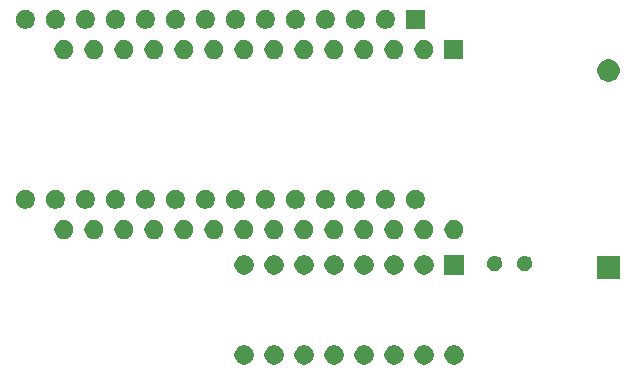
<source format=gbr>
G04 #@! TF.GenerationSoftware,KiCad,Pcbnew,(5.1.4-0-10_14)*
G04 #@! TF.CreationDate,2020-02-03T15:25:23+11:00*
G04 #@! TF.ProjectId,SmartWatch+,536d6172-7457-4617-9463-682b2e6b6963,rev?*
G04 #@! TF.SameCoordinates,Original*
G04 #@! TF.FileFunction,Soldermask,Bot*
G04 #@! TF.FilePolarity,Negative*
%FSLAX46Y46*%
G04 Gerber Fmt 4.6, Leading zero omitted, Abs format (unit mm)*
G04 Created by KiCad (PCBNEW (5.1.4-0-10_14)) date 2020-02-03 15:25:23*
%MOMM*%
%LPD*%
G04 APERTURE LIST*
%ADD10C,0.100000*%
G04 APERTURE END LIST*
D10*
G36*
X59927142Y-50018242D02*
G01*
X60075101Y-50079529D01*
X60208255Y-50168499D01*
X60321501Y-50281745D01*
X60410471Y-50414899D01*
X60471758Y-50562858D01*
X60503000Y-50719925D01*
X60503000Y-50880075D01*
X60471758Y-51037142D01*
X60410471Y-51185101D01*
X60321501Y-51318255D01*
X60208255Y-51431501D01*
X60075101Y-51520471D01*
X59927142Y-51581758D01*
X59770075Y-51613000D01*
X59609925Y-51613000D01*
X59452858Y-51581758D01*
X59304899Y-51520471D01*
X59171745Y-51431501D01*
X59058499Y-51318255D01*
X58969529Y-51185101D01*
X58908242Y-51037142D01*
X58877000Y-50880075D01*
X58877000Y-50719925D01*
X58908242Y-50562858D01*
X58969529Y-50414899D01*
X59058499Y-50281745D01*
X59171745Y-50168499D01*
X59304899Y-50079529D01*
X59452858Y-50018242D01*
X59609925Y-49987000D01*
X59770075Y-49987000D01*
X59927142Y-50018242D01*
X59927142Y-50018242D01*
G37*
G36*
X57387142Y-50018242D02*
G01*
X57535101Y-50079529D01*
X57668255Y-50168499D01*
X57781501Y-50281745D01*
X57870471Y-50414899D01*
X57931758Y-50562858D01*
X57963000Y-50719925D01*
X57963000Y-50880075D01*
X57931758Y-51037142D01*
X57870471Y-51185101D01*
X57781501Y-51318255D01*
X57668255Y-51431501D01*
X57535101Y-51520471D01*
X57387142Y-51581758D01*
X57230075Y-51613000D01*
X57069925Y-51613000D01*
X56912858Y-51581758D01*
X56764899Y-51520471D01*
X56631745Y-51431501D01*
X56518499Y-51318255D01*
X56429529Y-51185101D01*
X56368242Y-51037142D01*
X56337000Y-50880075D01*
X56337000Y-50719925D01*
X56368242Y-50562858D01*
X56429529Y-50414899D01*
X56518499Y-50281745D01*
X56631745Y-50168499D01*
X56764899Y-50079529D01*
X56912858Y-50018242D01*
X57069925Y-49987000D01*
X57230075Y-49987000D01*
X57387142Y-50018242D01*
X57387142Y-50018242D01*
G37*
G36*
X54847142Y-50018242D02*
G01*
X54995101Y-50079529D01*
X55128255Y-50168499D01*
X55241501Y-50281745D01*
X55330471Y-50414899D01*
X55391758Y-50562858D01*
X55423000Y-50719925D01*
X55423000Y-50880075D01*
X55391758Y-51037142D01*
X55330471Y-51185101D01*
X55241501Y-51318255D01*
X55128255Y-51431501D01*
X54995101Y-51520471D01*
X54847142Y-51581758D01*
X54690075Y-51613000D01*
X54529925Y-51613000D01*
X54372858Y-51581758D01*
X54224899Y-51520471D01*
X54091745Y-51431501D01*
X53978499Y-51318255D01*
X53889529Y-51185101D01*
X53828242Y-51037142D01*
X53797000Y-50880075D01*
X53797000Y-50719925D01*
X53828242Y-50562858D01*
X53889529Y-50414899D01*
X53978499Y-50281745D01*
X54091745Y-50168499D01*
X54224899Y-50079529D01*
X54372858Y-50018242D01*
X54529925Y-49987000D01*
X54690075Y-49987000D01*
X54847142Y-50018242D01*
X54847142Y-50018242D01*
G37*
G36*
X52307142Y-50018242D02*
G01*
X52455101Y-50079529D01*
X52588255Y-50168499D01*
X52701501Y-50281745D01*
X52790471Y-50414899D01*
X52851758Y-50562858D01*
X52883000Y-50719925D01*
X52883000Y-50880075D01*
X52851758Y-51037142D01*
X52790471Y-51185101D01*
X52701501Y-51318255D01*
X52588255Y-51431501D01*
X52455101Y-51520471D01*
X52307142Y-51581758D01*
X52150075Y-51613000D01*
X51989925Y-51613000D01*
X51832858Y-51581758D01*
X51684899Y-51520471D01*
X51551745Y-51431501D01*
X51438499Y-51318255D01*
X51349529Y-51185101D01*
X51288242Y-51037142D01*
X51257000Y-50880075D01*
X51257000Y-50719925D01*
X51288242Y-50562858D01*
X51349529Y-50414899D01*
X51438499Y-50281745D01*
X51551745Y-50168499D01*
X51684899Y-50079529D01*
X51832858Y-50018242D01*
X51989925Y-49987000D01*
X52150075Y-49987000D01*
X52307142Y-50018242D01*
X52307142Y-50018242D01*
G37*
G36*
X49767142Y-50018242D02*
G01*
X49915101Y-50079529D01*
X50048255Y-50168499D01*
X50161501Y-50281745D01*
X50250471Y-50414899D01*
X50311758Y-50562858D01*
X50343000Y-50719925D01*
X50343000Y-50880075D01*
X50311758Y-51037142D01*
X50250471Y-51185101D01*
X50161501Y-51318255D01*
X50048255Y-51431501D01*
X49915101Y-51520471D01*
X49767142Y-51581758D01*
X49610075Y-51613000D01*
X49449925Y-51613000D01*
X49292858Y-51581758D01*
X49144899Y-51520471D01*
X49011745Y-51431501D01*
X48898499Y-51318255D01*
X48809529Y-51185101D01*
X48748242Y-51037142D01*
X48717000Y-50880075D01*
X48717000Y-50719925D01*
X48748242Y-50562858D01*
X48809529Y-50414899D01*
X48898499Y-50281745D01*
X49011745Y-50168499D01*
X49144899Y-50079529D01*
X49292858Y-50018242D01*
X49449925Y-49987000D01*
X49610075Y-49987000D01*
X49767142Y-50018242D01*
X49767142Y-50018242D01*
G37*
G36*
X47227142Y-50018242D02*
G01*
X47375101Y-50079529D01*
X47508255Y-50168499D01*
X47621501Y-50281745D01*
X47710471Y-50414899D01*
X47771758Y-50562858D01*
X47803000Y-50719925D01*
X47803000Y-50880075D01*
X47771758Y-51037142D01*
X47710471Y-51185101D01*
X47621501Y-51318255D01*
X47508255Y-51431501D01*
X47375101Y-51520471D01*
X47227142Y-51581758D01*
X47070075Y-51613000D01*
X46909925Y-51613000D01*
X46752858Y-51581758D01*
X46604899Y-51520471D01*
X46471745Y-51431501D01*
X46358499Y-51318255D01*
X46269529Y-51185101D01*
X46208242Y-51037142D01*
X46177000Y-50880075D01*
X46177000Y-50719925D01*
X46208242Y-50562858D01*
X46269529Y-50414899D01*
X46358499Y-50281745D01*
X46471745Y-50168499D01*
X46604899Y-50079529D01*
X46752858Y-50018242D01*
X46909925Y-49987000D01*
X47070075Y-49987000D01*
X47227142Y-50018242D01*
X47227142Y-50018242D01*
G37*
G36*
X44687142Y-50018242D02*
G01*
X44835101Y-50079529D01*
X44968255Y-50168499D01*
X45081501Y-50281745D01*
X45170471Y-50414899D01*
X45231758Y-50562858D01*
X45263000Y-50719925D01*
X45263000Y-50880075D01*
X45231758Y-51037142D01*
X45170471Y-51185101D01*
X45081501Y-51318255D01*
X44968255Y-51431501D01*
X44835101Y-51520471D01*
X44687142Y-51581758D01*
X44530075Y-51613000D01*
X44369925Y-51613000D01*
X44212858Y-51581758D01*
X44064899Y-51520471D01*
X43931745Y-51431501D01*
X43818499Y-51318255D01*
X43729529Y-51185101D01*
X43668242Y-51037142D01*
X43637000Y-50880075D01*
X43637000Y-50719925D01*
X43668242Y-50562858D01*
X43729529Y-50414899D01*
X43818499Y-50281745D01*
X43931745Y-50168499D01*
X44064899Y-50079529D01*
X44212858Y-50018242D01*
X44369925Y-49987000D01*
X44530075Y-49987000D01*
X44687142Y-50018242D01*
X44687142Y-50018242D01*
G37*
G36*
X42147142Y-50018242D02*
G01*
X42295101Y-50079529D01*
X42428255Y-50168499D01*
X42541501Y-50281745D01*
X42630471Y-50414899D01*
X42691758Y-50562858D01*
X42723000Y-50719925D01*
X42723000Y-50880075D01*
X42691758Y-51037142D01*
X42630471Y-51185101D01*
X42541501Y-51318255D01*
X42428255Y-51431501D01*
X42295101Y-51520471D01*
X42147142Y-51581758D01*
X41990075Y-51613000D01*
X41829925Y-51613000D01*
X41672858Y-51581758D01*
X41524899Y-51520471D01*
X41391745Y-51431501D01*
X41278499Y-51318255D01*
X41189529Y-51185101D01*
X41128242Y-51037142D01*
X41097000Y-50880075D01*
X41097000Y-50719925D01*
X41128242Y-50562858D01*
X41189529Y-50414899D01*
X41278499Y-50281745D01*
X41391745Y-50168499D01*
X41524899Y-50079529D01*
X41672858Y-50018242D01*
X41829925Y-49987000D01*
X41990075Y-49987000D01*
X42147142Y-50018242D01*
X42147142Y-50018242D01*
G37*
G36*
X73722000Y-44333000D02*
G01*
X71820000Y-44333000D01*
X71820000Y-42431000D01*
X73722000Y-42431000D01*
X73722000Y-44333000D01*
X73722000Y-44333000D01*
G37*
G36*
X49767142Y-42398242D02*
G01*
X49915101Y-42459529D01*
X50048255Y-42548499D01*
X50161501Y-42661745D01*
X50250471Y-42794899D01*
X50311758Y-42942858D01*
X50343000Y-43099925D01*
X50343000Y-43260075D01*
X50311758Y-43417142D01*
X50250471Y-43565101D01*
X50161501Y-43698255D01*
X50048255Y-43811501D01*
X49915101Y-43900471D01*
X49767142Y-43961758D01*
X49610075Y-43993000D01*
X49449925Y-43993000D01*
X49292858Y-43961758D01*
X49144899Y-43900471D01*
X49011745Y-43811501D01*
X48898499Y-43698255D01*
X48809529Y-43565101D01*
X48748242Y-43417142D01*
X48717000Y-43260075D01*
X48717000Y-43099925D01*
X48748242Y-42942858D01*
X48809529Y-42794899D01*
X48898499Y-42661745D01*
X49011745Y-42548499D01*
X49144899Y-42459529D01*
X49292858Y-42398242D01*
X49449925Y-42367000D01*
X49610075Y-42367000D01*
X49767142Y-42398242D01*
X49767142Y-42398242D01*
G37*
G36*
X60503000Y-43993000D02*
G01*
X58877000Y-43993000D01*
X58877000Y-42367000D01*
X60503000Y-42367000D01*
X60503000Y-43993000D01*
X60503000Y-43993000D01*
G37*
G36*
X57387142Y-42398242D02*
G01*
X57535101Y-42459529D01*
X57668255Y-42548499D01*
X57781501Y-42661745D01*
X57870471Y-42794899D01*
X57931758Y-42942858D01*
X57963000Y-43099925D01*
X57963000Y-43260075D01*
X57931758Y-43417142D01*
X57870471Y-43565101D01*
X57781501Y-43698255D01*
X57668255Y-43811501D01*
X57535101Y-43900471D01*
X57387142Y-43961758D01*
X57230075Y-43993000D01*
X57069925Y-43993000D01*
X56912858Y-43961758D01*
X56764899Y-43900471D01*
X56631745Y-43811501D01*
X56518499Y-43698255D01*
X56429529Y-43565101D01*
X56368242Y-43417142D01*
X56337000Y-43260075D01*
X56337000Y-43099925D01*
X56368242Y-42942858D01*
X56429529Y-42794899D01*
X56518499Y-42661745D01*
X56631745Y-42548499D01*
X56764899Y-42459529D01*
X56912858Y-42398242D01*
X57069925Y-42367000D01*
X57230075Y-42367000D01*
X57387142Y-42398242D01*
X57387142Y-42398242D01*
G37*
G36*
X54847142Y-42398242D02*
G01*
X54995101Y-42459529D01*
X55128255Y-42548499D01*
X55241501Y-42661745D01*
X55330471Y-42794899D01*
X55391758Y-42942858D01*
X55423000Y-43099925D01*
X55423000Y-43260075D01*
X55391758Y-43417142D01*
X55330471Y-43565101D01*
X55241501Y-43698255D01*
X55128255Y-43811501D01*
X54995101Y-43900471D01*
X54847142Y-43961758D01*
X54690075Y-43993000D01*
X54529925Y-43993000D01*
X54372858Y-43961758D01*
X54224899Y-43900471D01*
X54091745Y-43811501D01*
X53978499Y-43698255D01*
X53889529Y-43565101D01*
X53828242Y-43417142D01*
X53797000Y-43260075D01*
X53797000Y-43099925D01*
X53828242Y-42942858D01*
X53889529Y-42794899D01*
X53978499Y-42661745D01*
X54091745Y-42548499D01*
X54224899Y-42459529D01*
X54372858Y-42398242D01*
X54529925Y-42367000D01*
X54690075Y-42367000D01*
X54847142Y-42398242D01*
X54847142Y-42398242D01*
G37*
G36*
X52307142Y-42398242D02*
G01*
X52455101Y-42459529D01*
X52588255Y-42548499D01*
X52701501Y-42661745D01*
X52790471Y-42794899D01*
X52851758Y-42942858D01*
X52883000Y-43099925D01*
X52883000Y-43260075D01*
X52851758Y-43417142D01*
X52790471Y-43565101D01*
X52701501Y-43698255D01*
X52588255Y-43811501D01*
X52455101Y-43900471D01*
X52307142Y-43961758D01*
X52150075Y-43993000D01*
X51989925Y-43993000D01*
X51832858Y-43961758D01*
X51684899Y-43900471D01*
X51551745Y-43811501D01*
X51438499Y-43698255D01*
X51349529Y-43565101D01*
X51288242Y-43417142D01*
X51257000Y-43260075D01*
X51257000Y-43099925D01*
X51288242Y-42942858D01*
X51349529Y-42794899D01*
X51438499Y-42661745D01*
X51551745Y-42548499D01*
X51684899Y-42459529D01*
X51832858Y-42398242D01*
X51989925Y-42367000D01*
X52150075Y-42367000D01*
X52307142Y-42398242D01*
X52307142Y-42398242D01*
G37*
G36*
X42147142Y-42398242D02*
G01*
X42295101Y-42459529D01*
X42428255Y-42548499D01*
X42541501Y-42661745D01*
X42630471Y-42794899D01*
X42691758Y-42942858D01*
X42723000Y-43099925D01*
X42723000Y-43260075D01*
X42691758Y-43417142D01*
X42630471Y-43565101D01*
X42541501Y-43698255D01*
X42428255Y-43811501D01*
X42295101Y-43900471D01*
X42147142Y-43961758D01*
X41990075Y-43993000D01*
X41829925Y-43993000D01*
X41672858Y-43961758D01*
X41524899Y-43900471D01*
X41391745Y-43811501D01*
X41278499Y-43698255D01*
X41189529Y-43565101D01*
X41128242Y-43417142D01*
X41097000Y-43260075D01*
X41097000Y-43099925D01*
X41128242Y-42942858D01*
X41189529Y-42794899D01*
X41278499Y-42661745D01*
X41391745Y-42548499D01*
X41524899Y-42459529D01*
X41672858Y-42398242D01*
X41829925Y-42367000D01*
X41990075Y-42367000D01*
X42147142Y-42398242D01*
X42147142Y-42398242D01*
G37*
G36*
X47227142Y-42398242D02*
G01*
X47375101Y-42459529D01*
X47508255Y-42548499D01*
X47621501Y-42661745D01*
X47710471Y-42794899D01*
X47771758Y-42942858D01*
X47803000Y-43099925D01*
X47803000Y-43260075D01*
X47771758Y-43417142D01*
X47710471Y-43565101D01*
X47621501Y-43698255D01*
X47508255Y-43811501D01*
X47375101Y-43900471D01*
X47227142Y-43961758D01*
X47070075Y-43993000D01*
X46909925Y-43993000D01*
X46752858Y-43961758D01*
X46604899Y-43900471D01*
X46471745Y-43811501D01*
X46358499Y-43698255D01*
X46269529Y-43565101D01*
X46208242Y-43417142D01*
X46177000Y-43260075D01*
X46177000Y-43099925D01*
X46208242Y-42942858D01*
X46269529Y-42794899D01*
X46358499Y-42661745D01*
X46471745Y-42548499D01*
X46604899Y-42459529D01*
X46752858Y-42398242D01*
X46909925Y-42367000D01*
X47070075Y-42367000D01*
X47227142Y-42398242D01*
X47227142Y-42398242D01*
G37*
G36*
X44687142Y-42398242D02*
G01*
X44835101Y-42459529D01*
X44968255Y-42548499D01*
X45081501Y-42661745D01*
X45170471Y-42794899D01*
X45231758Y-42942858D01*
X45263000Y-43099925D01*
X45263000Y-43260075D01*
X45231758Y-43417142D01*
X45170471Y-43565101D01*
X45081501Y-43698255D01*
X44968255Y-43811501D01*
X44835101Y-43900471D01*
X44687142Y-43961758D01*
X44530075Y-43993000D01*
X44369925Y-43993000D01*
X44212858Y-43961758D01*
X44064899Y-43900471D01*
X43931745Y-43811501D01*
X43818499Y-43698255D01*
X43729529Y-43565101D01*
X43668242Y-43417142D01*
X43637000Y-43260075D01*
X43637000Y-43099925D01*
X43668242Y-42942858D01*
X43729529Y-42794899D01*
X43818499Y-42661745D01*
X43931745Y-42548499D01*
X44064899Y-42459529D01*
X44212858Y-42398242D01*
X44369925Y-42367000D01*
X44530075Y-42367000D01*
X44687142Y-42398242D01*
X44687142Y-42398242D01*
G37*
G36*
X65848890Y-42427017D02*
G01*
X65967364Y-42476091D01*
X66073988Y-42547335D01*
X66164665Y-42638012D01*
X66180522Y-42661743D01*
X66235910Y-42744638D01*
X66284983Y-42863110D01*
X66300846Y-42942858D01*
X66310000Y-42988882D01*
X66310000Y-43117118D01*
X66284983Y-43242890D01*
X66235909Y-43361364D01*
X66164665Y-43467988D01*
X66073988Y-43558665D01*
X65967364Y-43629909D01*
X65967363Y-43629910D01*
X65967362Y-43629910D01*
X65848890Y-43678983D01*
X65723119Y-43704000D01*
X65594881Y-43704000D01*
X65469110Y-43678983D01*
X65350638Y-43629910D01*
X65350637Y-43629910D01*
X65350636Y-43629909D01*
X65244012Y-43558665D01*
X65153335Y-43467988D01*
X65082091Y-43361364D01*
X65033017Y-43242890D01*
X65008000Y-43117118D01*
X65008000Y-42988882D01*
X65017155Y-42942858D01*
X65033017Y-42863110D01*
X65082090Y-42744638D01*
X65137479Y-42661743D01*
X65153335Y-42638012D01*
X65244012Y-42547335D01*
X65350636Y-42476091D01*
X65469110Y-42427017D01*
X65594881Y-42402000D01*
X65723119Y-42402000D01*
X65848890Y-42427017D01*
X65848890Y-42427017D01*
G37*
G36*
X63308890Y-42427017D02*
G01*
X63427364Y-42476091D01*
X63533988Y-42547335D01*
X63624665Y-42638012D01*
X63640522Y-42661743D01*
X63695910Y-42744638D01*
X63744983Y-42863110D01*
X63760846Y-42942858D01*
X63770000Y-42988882D01*
X63770000Y-43117118D01*
X63744983Y-43242890D01*
X63695909Y-43361364D01*
X63624665Y-43467988D01*
X63533988Y-43558665D01*
X63427364Y-43629909D01*
X63427363Y-43629910D01*
X63427362Y-43629910D01*
X63308890Y-43678983D01*
X63183119Y-43704000D01*
X63054881Y-43704000D01*
X62929110Y-43678983D01*
X62810638Y-43629910D01*
X62810637Y-43629910D01*
X62810636Y-43629909D01*
X62704012Y-43558665D01*
X62613335Y-43467988D01*
X62542091Y-43361364D01*
X62493017Y-43242890D01*
X62468000Y-43117118D01*
X62468000Y-42988882D01*
X62477155Y-42942858D01*
X62493017Y-42863110D01*
X62542090Y-42744638D01*
X62597479Y-42661743D01*
X62613335Y-42638012D01*
X62704012Y-42547335D01*
X62810636Y-42476091D01*
X62929110Y-42427017D01*
X63054881Y-42402000D01*
X63183119Y-42402000D01*
X63308890Y-42427017D01*
X63308890Y-42427017D01*
G37*
G36*
X39590942Y-39412581D02*
G01*
X39736714Y-39472962D01*
X39736716Y-39472963D01*
X39867908Y-39560622D01*
X39979478Y-39672192D01*
X40067137Y-39803384D01*
X40067138Y-39803386D01*
X40127519Y-39949158D01*
X40158300Y-40103907D01*
X40158300Y-40261693D01*
X40127519Y-40416442D01*
X40067138Y-40562214D01*
X40067137Y-40562216D01*
X39979478Y-40693408D01*
X39867908Y-40804978D01*
X39736716Y-40892637D01*
X39736715Y-40892638D01*
X39736714Y-40892638D01*
X39590942Y-40953019D01*
X39436193Y-40983800D01*
X39278407Y-40983800D01*
X39123658Y-40953019D01*
X38977886Y-40892638D01*
X38977885Y-40892638D01*
X38977884Y-40892637D01*
X38846692Y-40804978D01*
X38735122Y-40693408D01*
X38647463Y-40562216D01*
X38647462Y-40562214D01*
X38587081Y-40416442D01*
X38556300Y-40261693D01*
X38556300Y-40103907D01*
X38587081Y-39949158D01*
X38647462Y-39803386D01*
X38647463Y-39803384D01*
X38735122Y-39672192D01*
X38846692Y-39560622D01*
X38977884Y-39472963D01*
X38977886Y-39472962D01*
X39123658Y-39412581D01*
X39278407Y-39381800D01*
X39436193Y-39381800D01*
X39590942Y-39412581D01*
X39590942Y-39412581D01*
G37*
G36*
X57370942Y-39412581D02*
G01*
X57516714Y-39472962D01*
X57516716Y-39472963D01*
X57647908Y-39560622D01*
X57759478Y-39672192D01*
X57847137Y-39803384D01*
X57847138Y-39803386D01*
X57907519Y-39949158D01*
X57938300Y-40103907D01*
X57938300Y-40261693D01*
X57907519Y-40416442D01*
X57847138Y-40562214D01*
X57847137Y-40562216D01*
X57759478Y-40693408D01*
X57647908Y-40804978D01*
X57516716Y-40892637D01*
X57516715Y-40892638D01*
X57516714Y-40892638D01*
X57370942Y-40953019D01*
X57216193Y-40983800D01*
X57058407Y-40983800D01*
X56903658Y-40953019D01*
X56757886Y-40892638D01*
X56757885Y-40892638D01*
X56757884Y-40892637D01*
X56626692Y-40804978D01*
X56515122Y-40693408D01*
X56427463Y-40562216D01*
X56427462Y-40562214D01*
X56367081Y-40416442D01*
X56336300Y-40261693D01*
X56336300Y-40103907D01*
X56367081Y-39949158D01*
X56427462Y-39803386D01*
X56427463Y-39803384D01*
X56515122Y-39672192D01*
X56626692Y-39560622D01*
X56757884Y-39472963D01*
X56757886Y-39472962D01*
X56903658Y-39412581D01*
X57058407Y-39381800D01*
X57216193Y-39381800D01*
X57370942Y-39412581D01*
X57370942Y-39412581D01*
G37*
G36*
X37050942Y-39412581D02*
G01*
X37196714Y-39472962D01*
X37196716Y-39472963D01*
X37327908Y-39560622D01*
X37439478Y-39672192D01*
X37527137Y-39803384D01*
X37527138Y-39803386D01*
X37587519Y-39949158D01*
X37618300Y-40103907D01*
X37618300Y-40261693D01*
X37587519Y-40416442D01*
X37527138Y-40562214D01*
X37527137Y-40562216D01*
X37439478Y-40693408D01*
X37327908Y-40804978D01*
X37196716Y-40892637D01*
X37196715Y-40892638D01*
X37196714Y-40892638D01*
X37050942Y-40953019D01*
X36896193Y-40983800D01*
X36738407Y-40983800D01*
X36583658Y-40953019D01*
X36437886Y-40892638D01*
X36437885Y-40892638D01*
X36437884Y-40892637D01*
X36306692Y-40804978D01*
X36195122Y-40693408D01*
X36107463Y-40562216D01*
X36107462Y-40562214D01*
X36047081Y-40416442D01*
X36016300Y-40261693D01*
X36016300Y-40103907D01*
X36047081Y-39949158D01*
X36107462Y-39803386D01*
X36107463Y-39803384D01*
X36195122Y-39672192D01*
X36306692Y-39560622D01*
X36437884Y-39472963D01*
X36437886Y-39472962D01*
X36583658Y-39412581D01*
X36738407Y-39381800D01*
X36896193Y-39381800D01*
X37050942Y-39412581D01*
X37050942Y-39412581D01*
G37*
G36*
X34510942Y-39412581D02*
G01*
X34656714Y-39472962D01*
X34656716Y-39472963D01*
X34787908Y-39560622D01*
X34899478Y-39672192D01*
X34987137Y-39803384D01*
X34987138Y-39803386D01*
X35047519Y-39949158D01*
X35078300Y-40103907D01*
X35078300Y-40261693D01*
X35047519Y-40416442D01*
X34987138Y-40562214D01*
X34987137Y-40562216D01*
X34899478Y-40693408D01*
X34787908Y-40804978D01*
X34656716Y-40892637D01*
X34656715Y-40892638D01*
X34656714Y-40892638D01*
X34510942Y-40953019D01*
X34356193Y-40983800D01*
X34198407Y-40983800D01*
X34043658Y-40953019D01*
X33897886Y-40892638D01*
X33897885Y-40892638D01*
X33897884Y-40892637D01*
X33766692Y-40804978D01*
X33655122Y-40693408D01*
X33567463Y-40562216D01*
X33567462Y-40562214D01*
X33507081Y-40416442D01*
X33476300Y-40261693D01*
X33476300Y-40103907D01*
X33507081Y-39949158D01*
X33567462Y-39803386D01*
X33567463Y-39803384D01*
X33655122Y-39672192D01*
X33766692Y-39560622D01*
X33897884Y-39472963D01*
X33897886Y-39472962D01*
X34043658Y-39412581D01*
X34198407Y-39381800D01*
X34356193Y-39381800D01*
X34510942Y-39412581D01*
X34510942Y-39412581D01*
G37*
G36*
X31970942Y-39412581D02*
G01*
X32116714Y-39472962D01*
X32116716Y-39472963D01*
X32247908Y-39560622D01*
X32359478Y-39672192D01*
X32447137Y-39803384D01*
X32447138Y-39803386D01*
X32507519Y-39949158D01*
X32538300Y-40103907D01*
X32538300Y-40261693D01*
X32507519Y-40416442D01*
X32447138Y-40562214D01*
X32447137Y-40562216D01*
X32359478Y-40693408D01*
X32247908Y-40804978D01*
X32116716Y-40892637D01*
X32116715Y-40892638D01*
X32116714Y-40892638D01*
X31970942Y-40953019D01*
X31816193Y-40983800D01*
X31658407Y-40983800D01*
X31503658Y-40953019D01*
X31357886Y-40892638D01*
X31357885Y-40892638D01*
X31357884Y-40892637D01*
X31226692Y-40804978D01*
X31115122Y-40693408D01*
X31027463Y-40562216D01*
X31027462Y-40562214D01*
X30967081Y-40416442D01*
X30936300Y-40261693D01*
X30936300Y-40103907D01*
X30967081Y-39949158D01*
X31027462Y-39803386D01*
X31027463Y-39803384D01*
X31115122Y-39672192D01*
X31226692Y-39560622D01*
X31357884Y-39472963D01*
X31357886Y-39472962D01*
X31503658Y-39412581D01*
X31658407Y-39381800D01*
X31816193Y-39381800D01*
X31970942Y-39412581D01*
X31970942Y-39412581D01*
G37*
G36*
X29430942Y-39412581D02*
G01*
X29576714Y-39472962D01*
X29576716Y-39472963D01*
X29707908Y-39560622D01*
X29819478Y-39672192D01*
X29907137Y-39803384D01*
X29907138Y-39803386D01*
X29967519Y-39949158D01*
X29998300Y-40103907D01*
X29998300Y-40261693D01*
X29967519Y-40416442D01*
X29907138Y-40562214D01*
X29907137Y-40562216D01*
X29819478Y-40693408D01*
X29707908Y-40804978D01*
X29576716Y-40892637D01*
X29576715Y-40892638D01*
X29576714Y-40892638D01*
X29430942Y-40953019D01*
X29276193Y-40983800D01*
X29118407Y-40983800D01*
X28963658Y-40953019D01*
X28817886Y-40892638D01*
X28817885Y-40892638D01*
X28817884Y-40892637D01*
X28686692Y-40804978D01*
X28575122Y-40693408D01*
X28487463Y-40562216D01*
X28487462Y-40562214D01*
X28427081Y-40416442D01*
X28396300Y-40261693D01*
X28396300Y-40103907D01*
X28427081Y-39949158D01*
X28487462Y-39803386D01*
X28487463Y-39803384D01*
X28575122Y-39672192D01*
X28686692Y-39560622D01*
X28817884Y-39472963D01*
X28817886Y-39472962D01*
X28963658Y-39412581D01*
X29118407Y-39381800D01*
X29276193Y-39381800D01*
X29430942Y-39412581D01*
X29430942Y-39412581D01*
G37*
G36*
X26890942Y-39412581D02*
G01*
X27036714Y-39472962D01*
X27036716Y-39472963D01*
X27167908Y-39560622D01*
X27279478Y-39672192D01*
X27367137Y-39803384D01*
X27367138Y-39803386D01*
X27427519Y-39949158D01*
X27458300Y-40103907D01*
X27458300Y-40261693D01*
X27427519Y-40416442D01*
X27367138Y-40562214D01*
X27367137Y-40562216D01*
X27279478Y-40693408D01*
X27167908Y-40804978D01*
X27036716Y-40892637D01*
X27036715Y-40892638D01*
X27036714Y-40892638D01*
X26890942Y-40953019D01*
X26736193Y-40983800D01*
X26578407Y-40983800D01*
X26423658Y-40953019D01*
X26277886Y-40892638D01*
X26277885Y-40892638D01*
X26277884Y-40892637D01*
X26146692Y-40804978D01*
X26035122Y-40693408D01*
X25947463Y-40562216D01*
X25947462Y-40562214D01*
X25887081Y-40416442D01*
X25856300Y-40261693D01*
X25856300Y-40103907D01*
X25887081Y-39949158D01*
X25947462Y-39803386D01*
X25947463Y-39803384D01*
X26035122Y-39672192D01*
X26146692Y-39560622D01*
X26277884Y-39472963D01*
X26277886Y-39472962D01*
X26423658Y-39412581D01*
X26578407Y-39381800D01*
X26736193Y-39381800D01*
X26890942Y-39412581D01*
X26890942Y-39412581D01*
G37*
G36*
X42130942Y-39412581D02*
G01*
X42276714Y-39472962D01*
X42276716Y-39472963D01*
X42407908Y-39560622D01*
X42519478Y-39672192D01*
X42607137Y-39803384D01*
X42607138Y-39803386D01*
X42667519Y-39949158D01*
X42698300Y-40103907D01*
X42698300Y-40261693D01*
X42667519Y-40416442D01*
X42607138Y-40562214D01*
X42607137Y-40562216D01*
X42519478Y-40693408D01*
X42407908Y-40804978D01*
X42276716Y-40892637D01*
X42276715Y-40892638D01*
X42276714Y-40892638D01*
X42130942Y-40953019D01*
X41976193Y-40983800D01*
X41818407Y-40983800D01*
X41663658Y-40953019D01*
X41517886Y-40892638D01*
X41517885Y-40892638D01*
X41517884Y-40892637D01*
X41386692Y-40804978D01*
X41275122Y-40693408D01*
X41187463Y-40562216D01*
X41187462Y-40562214D01*
X41127081Y-40416442D01*
X41096300Y-40261693D01*
X41096300Y-40103907D01*
X41127081Y-39949158D01*
X41187462Y-39803386D01*
X41187463Y-39803384D01*
X41275122Y-39672192D01*
X41386692Y-39560622D01*
X41517884Y-39472963D01*
X41517886Y-39472962D01*
X41663658Y-39412581D01*
X41818407Y-39381800D01*
X41976193Y-39381800D01*
X42130942Y-39412581D01*
X42130942Y-39412581D01*
G37*
G36*
X44670942Y-39412581D02*
G01*
X44816714Y-39472962D01*
X44816716Y-39472963D01*
X44947908Y-39560622D01*
X45059478Y-39672192D01*
X45147137Y-39803384D01*
X45147138Y-39803386D01*
X45207519Y-39949158D01*
X45238300Y-40103907D01*
X45238300Y-40261693D01*
X45207519Y-40416442D01*
X45147138Y-40562214D01*
X45147137Y-40562216D01*
X45059478Y-40693408D01*
X44947908Y-40804978D01*
X44816716Y-40892637D01*
X44816715Y-40892638D01*
X44816714Y-40892638D01*
X44670942Y-40953019D01*
X44516193Y-40983800D01*
X44358407Y-40983800D01*
X44203658Y-40953019D01*
X44057886Y-40892638D01*
X44057885Y-40892638D01*
X44057884Y-40892637D01*
X43926692Y-40804978D01*
X43815122Y-40693408D01*
X43727463Y-40562216D01*
X43727462Y-40562214D01*
X43667081Y-40416442D01*
X43636300Y-40261693D01*
X43636300Y-40103907D01*
X43667081Y-39949158D01*
X43727462Y-39803386D01*
X43727463Y-39803384D01*
X43815122Y-39672192D01*
X43926692Y-39560622D01*
X44057884Y-39472963D01*
X44057886Y-39472962D01*
X44203658Y-39412581D01*
X44358407Y-39381800D01*
X44516193Y-39381800D01*
X44670942Y-39412581D01*
X44670942Y-39412581D01*
G37*
G36*
X47210942Y-39412581D02*
G01*
X47356714Y-39472962D01*
X47356716Y-39472963D01*
X47487908Y-39560622D01*
X47599478Y-39672192D01*
X47687137Y-39803384D01*
X47687138Y-39803386D01*
X47747519Y-39949158D01*
X47778300Y-40103907D01*
X47778300Y-40261693D01*
X47747519Y-40416442D01*
X47687138Y-40562214D01*
X47687137Y-40562216D01*
X47599478Y-40693408D01*
X47487908Y-40804978D01*
X47356716Y-40892637D01*
X47356715Y-40892638D01*
X47356714Y-40892638D01*
X47210942Y-40953019D01*
X47056193Y-40983800D01*
X46898407Y-40983800D01*
X46743658Y-40953019D01*
X46597886Y-40892638D01*
X46597885Y-40892638D01*
X46597884Y-40892637D01*
X46466692Y-40804978D01*
X46355122Y-40693408D01*
X46267463Y-40562216D01*
X46267462Y-40562214D01*
X46207081Y-40416442D01*
X46176300Y-40261693D01*
X46176300Y-40103907D01*
X46207081Y-39949158D01*
X46267462Y-39803386D01*
X46267463Y-39803384D01*
X46355122Y-39672192D01*
X46466692Y-39560622D01*
X46597884Y-39472963D01*
X46597886Y-39472962D01*
X46743658Y-39412581D01*
X46898407Y-39381800D01*
X47056193Y-39381800D01*
X47210942Y-39412581D01*
X47210942Y-39412581D01*
G37*
G36*
X49750942Y-39412581D02*
G01*
X49896714Y-39472962D01*
X49896716Y-39472963D01*
X50027908Y-39560622D01*
X50139478Y-39672192D01*
X50227137Y-39803384D01*
X50227138Y-39803386D01*
X50287519Y-39949158D01*
X50318300Y-40103907D01*
X50318300Y-40261693D01*
X50287519Y-40416442D01*
X50227138Y-40562214D01*
X50227137Y-40562216D01*
X50139478Y-40693408D01*
X50027908Y-40804978D01*
X49896716Y-40892637D01*
X49896715Y-40892638D01*
X49896714Y-40892638D01*
X49750942Y-40953019D01*
X49596193Y-40983800D01*
X49438407Y-40983800D01*
X49283658Y-40953019D01*
X49137886Y-40892638D01*
X49137885Y-40892638D01*
X49137884Y-40892637D01*
X49006692Y-40804978D01*
X48895122Y-40693408D01*
X48807463Y-40562216D01*
X48807462Y-40562214D01*
X48747081Y-40416442D01*
X48716300Y-40261693D01*
X48716300Y-40103907D01*
X48747081Y-39949158D01*
X48807462Y-39803386D01*
X48807463Y-39803384D01*
X48895122Y-39672192D01*
X49006692Y-39560622D01*
X49137884Y-39472963D01*
X49137886Y-39472962D01*
X49283658Y-39412581D01*
X49438407Y-39381800D01*
X49596193Y-39381800D01*
X49750942Y-39412581D01*
X49750942Y-39412581D01*
G37*
G36*
X52290942Y-39412581D02*
G01*
X52436714Y-39472962D01*
X52436716Y-39472963D01*
X52567908Y-39560622D01*
X52679478Y-39672192D01*
X52767137Y-39803384D01*
X52767138Y-39803386D01*
X52827519Y-39949158D01*
X52858300Y-40103907D01*
X52858300Y-40261693D01*
X52827519Y-40416442D01*
X52767138Y-40562214D01*
X52767137Y-40562216D01*
X52679478Y-40693408D01*
X52567908Y-40804978D01*
X52436716Y-40892637D01*
X52436715Y-40892638D01*
X52436714Y-40892638D01*
X52290942Y-40953019D01*
X52136193Y-40983800D01*
X51978407Y-40983800D01*
X51823658Y-40953019D01*
X51677886Y-40892638D01*
X51677885Y-40892638D01*
X51677884Y-40892637D01*
X51546692Y-40804978D01*
X51435122Y-40693408D01*
X51347463Y-40562216D01*
X51347462Y-40562214D01*
X51287081Y-40416442D01*
X51256300Y-40261693D01*
X51256300Y-40103907D01*
X51287081Y-39949158D01*
X51347462Y-39803386D01*
X51347463Y-39803384D01*
X51435122Y-39672192D01*
X51546692Y-39560622D01*
X51677884Y-39472963D01*
X51677886Y-39472962D01*
X51823658Y-39412581D01*
X51978407Y-39381800D01*
X52136193Y-39381800D01*
X52290942Y-39412581D01*
X52290942Y-39412581D01*
G37*
G36*
X54830942Y-39412581D02*
G01*
X54976714Y-39472962D01*
X54976716Y-39472963D01*
X55107908Y-39560622D01*
X55219478Y-39672192D01*
X55307137Y-39803384D01*
X55307138Y-39803386D01*
X55367519Y-39949158D01*
X55398300Y-40103907D01*
X55398300Y-40261693D01*
X55367519Y-40416442D01*
X55307138Y-40562214D01*
X55307137Y-40562216D01*
X55219478Y-40693408D01*
X55107908Y-40804978D01*
X54976716Y-40892637D01*
X54976715Y-40892638D01*
X54976714Y-40892638D01*
X54830942Y-40953019D01*
X54676193Y-40983800D01*
X54518407Y-40983800D01*
X54363658Y-40953019D01*
X54217886Y-40892638D01*
X54217885Y-40892638D01*
X54217884Y-40892637D01*
X54086692Y-40804978D01*
X53975122Y-40693408D01*
X53887463Y-40562216D01*
X53887462Y-40562214D01*
X53827081Y-40416442D01*
X53796300Y-40261693D01*
X53796300Y-40103907D01*
X53827081Y-39949158D01*
X53887462Y-39803386D01*
X53887463Y-39803384D01*
X53975122Y-39672192D01*
X54086692Y-39560622D01*
X54217884Y-39472963D01*
X54217886Y-39472962D01*
X54363658Y-39412581D01*
X54518407Y-39381800D01*
X54676193Y-39381800D01*
X54830942Y-39412581D01*
X54830942Y-39412581D01*
G37*
G36*
X59910942Y-39412581D02*
G01*
X60056714Y-39472962D01*
X60056716Y-39472963D01*
X60187908Y-39560622D01*
X60299478Y-39672192D01*
X60387137Y-39803384D01*
X60387138Y-39803386D01*
X60447519Y-39949158D01*
X60478300Y-40103907D01*
X60478300Y-40261693D01*
X60447519Y-40416442D01*
X60387138Y-40562214D01*
X60387137Y-40562216D01*
X60299478Y-40693408D01*
X60187908Y-40804978D01*
X60056716Y-40892637D01*
X60056715Y-40892638D01*
X60056714Y-40892638D01*
X59910942Y-40953019D01*
X59756193Y-40983800D01*
X59598407Y-40983800D01*
X59443658Y-40953019D01*
X59297886Y-40892638D01*
X59297885Y-40892638D01*
X59297884Y-40892637D01*
X59166692Y-40804978D01*
X59055122Y-40693408D01*
X58967463Y-40562216D01*
X58967462Y-40562214D01*
X58907081Y-40416442D01*
X58876300Y-40261693D01*
X58876300Y-40103907D01*
X58907081Y-39949158D01*
X58967462Y-39803386D01*
X58967463Y-39803384D01*
X59055122Y-39672192D01*
X59166692Y-39560622D01*
X59297884Y-39472963D01*
X59297886Y-39472962D01*
X59443658Y-39412581D01*
X59598407Y-39381800D01*
X59756193Y-39381800D01*
X59910942Y-39412581D01*
X59910942Y-39412581D01*
G37*
G36*
X56634342Y-36847181D02*
G01*
X56780114Y-36907562D01*
X56780116Y-36907563D01*
X56911308Y-36995222D01*
X57022878Y-37106792D01*
X57110537Y-37237984D01*
X57110538Y-37237986D01*
X57170919Y-37383758D01*
X57201700Y-37538507D01*
X57201700Y-37696293D01*
X57170919Y-37851042D01*
X57110538Y-37996814D01*
X57110537Y-37996816D01*
X57022878Y-38128008D01*
X56911308Y-38239578D01*
X56780116Y-38327237D01*
X56780115Y-38327238D01*
X56780114Y-38327238D01*
X56634342Y-38387619D01*
X56479593Y-38418400D01*
X56321807Y-38418400D01*
X56167058Y-38387619D01*
X56021286Y-38327238D01*
X56021285Y-38327238D01*
X56021284Y-38327237D01*
X55890092Y-38239578D01*
X55778522Y-38128008D01*
X55690863Y-37996816D01*
X55690862Y-37996814D01*
X55630481Y-37851042D01*
X55599700Y-37696293D01*
X55599700Y-37538507D01*
X55630481Y-37383758D01*
X55690862Y-37237986D01*
X55690863Y-37237984D01*
X55778522Y-37106792D01*
X55890092Y-36995222D01*
X56021284Y-36907563D01*
X56021286Y-36907562D01*
X56167058Y-36847181D01*
X56321807Y-36816400D01*
X56479593Y-36816400D01*
X56634342Y-36847181D01*
X56634342Y-36847181D01*
G37*
G36*
X49014342Y-36847181D02*
G01*
X49160114Y-36907562D01*
X49160116Y-36907563D01*
X49291308Y-36995222D01*
X49402878Y-37106792D01*
X49490537Y-37237984D01*
X49490538Y-37237986D01*
X49550919Y-37383758D01*
X49581700Y-37538507D01*
X49581700Y-37696293D01*
X49550919Y-37851042D01*
X49490538Y-37996814D01*
X49490537Y-37996816D01*
X49402878Y-38128008D01*
X49291308Y-38239578D01*
X49160116Y-38327237D01*
X49160115Y-38327238D01*
X49160114Y-38327238D01*
X49014342Y-38387619D01*
X48859593Y-38418400D01*
X48701807Y-38418400D01*
X48547058Y-38387619D01*
X48401286Y-38327238D01*
X48401285Y-38327238D01*
X48401284Y-38327237D01*
X48270092Y-38239578D01*
X48158522Y-38128008D01*
X48070863Y-37996816D01*
X48070862Y-37996814D01*
X48010481Y-37851042D01*
X47979700Y-37696293D01*
X47979700Y-37538507D01*
X48010481Y-37383758D01*
X48070862Y-37237986D01*
X48070863Y-37237984D01*
X48158522Y-37106792D01*
X48270092Y-36995222D01*
X48401284Y-36907563D01*
X48401286Y-36907562D01*
X48547058Y-36847181D01*
X48701807Y-36816400D01*
X48859593Y-36816400D01*
X49014342Y-36847181D01*
X49014342Y-36847181D01*
G37*
G36*
X46474342Y-36847181D02*
G01*
X46620114Y-36907562D01*
X46620116Y-36907563D01*
X46751308Y-36995222D01*
X46862878Y-37106792D01*
X46950537Y-37237984D01*
X46950538Y-37237986D01*
X47010919Y-37383758D01*
X47041700Y-37538507D01*
X47041700Y-37696293D01*
X47010919Y-37851042D01*
X46950538Y-37996814D01*
X46950537Y-37996816D01*
X46862878Y-38128008D01*
X46751308Y-38239578D01*
X46620116Y-38327237D01*
X46620115Y-38327238D01*
X46620114Y-38327238D01*
X46474342Y-38387619D01*
X46319593Y-38418400D01*
X46161807Y-38418400D01*
X46007058Y-38387619D01*
X45861286Y-38327238D01*
X45861285Y-38327238D01*
X45861284Y-38327237D01*
X45730092Y-38239578D01*
X45618522Y-38128008D01*
X45530863Y-37996816D01*
X45530862Y-37996814D01*
X45470481Y-37851042D01*
X45439700Y-37696293D01*
X45439700Y-37538507D01*
X45470481Y-37383758D01*
X45530862Y-37237986D01*
X45530863Y-37237984D01*
X45618522Y-37106792D01*
X45730092Y-36995222D01*
X45861284Y-36907563D01*
X45861286Y-36907562D01*
X46007058Y-36847181D01*
X46161807Y-36816400D01*
X46319593Y-36816400D01*
X46474342Y-36847181D01*
X46474342Y-36847181D01*
G37*
G36*
X51554342Y-36847181D02*
G01*
X51700114Y-36907562D01*
X51700116Y-36907563D01*
X51831308Y-36995222D01*
X51942878Y-37106792D01*
X52030537Y-37237984D01*
X52030538Y-37237986D01*
X52090919Y-37383758D01*
X52121700Y-37538507D01*
X52121700Y-37696293D01*
X52090919Y-37851042D01*
X52030538Y-37996814D01*
X52030537Y-37996816D01*
X51942878Y-38128008D01*
X51831308Y-38239578D01*
X51700116Y-38327237D01*
X51700115Y-38327238D01*
X51700114Y-38327238D01*
X51554342Y-38387619D01*
X51399593Y-38418400D01*
X51241807Y-38418400D01*
X51087058Y-38387619D01*
X50941286Y-38327238D01*
X50941285Y-38327238D01*
X50941284Y-38327237D01*
X50810092Y-38239578D01*
X50698522Y-38128008D01*
X50610863Y-37996816D01*
X50610862Y-37996814D01*
X50550481Y-37851042D01*
X50519700Y-37696293D01*
X50519700Y-37538507D01*
X50550481Y-37383758D01*
X50610862Y-37237986D01*
X50610863Y-37237984D01*
X50698522Y-37106792D01*
X50810092Y-36995222D01*
X50941284Y-36907563D01*
X50941286Y-36907562D01*
X51087058Y-36847181D01*
X51241807Y-36816400D01*
X51399593Y-36816400D01*
X51554342Y-36847181D01*
X51554342Y-36847181D01*
G37*
G36*
X54094342Y-36847181D02*
G01*
X54240114Y-36907562D01*
X54240116Y-36907563D01*
X54371308Y-36995222D01*
X54482878Y-37106792D01*
X54570537Y-37237984D01*
X54570538Y-37237986D01*
X54630919Y-37383758D01*
X54661700Y-37538507D01*
X54661700Y-37696293D01*
X54630919Y-37851042D01*
X54570538Y-37996814D01*
X54570537Y-37996816D01*
X54482878Y-38128008D01*
X54371308Y-38239578D01*
X54240116Y-38327237D01*
X54240115Y-38327238D01*
X54240114Y-38327238D01*
X54094342Y-38387619D01*
X53939593Y-38418400D01*
X53781807Y-38418400D01*
X53627058Y-38387619D01*
X53481286Y-38327238D01*
X53481285Y-38327238D01*
X53481284Y-38327237D01*
X53350092Y-38239578D01*
X53238522Y-38128008D01*
X53150863Y-37996816D01*
X53150862Y-37996814D01*
X53090481Y-37851042D01*
X53059700Y-37696293D01*
X53059700Y-37538507D01*
X53090481Y-37383758D01*
X53150862Y-37237986D01*
X53150863Y-37237984D01*
X53238522Y-37106792D01*
X53350092Y-36995222D01*
X53481284Y-36907563D01*
X53481286Y-36907562D01*
X53627058Y-36847181D01*
X53781807Y-36816400D01*
X53939593Y-36816400D01*
X54094342Y-36847181D01*
X54094342Y-36847181D01*
G37*
G36*
X38854342Y-36847181D02*
G01*
X39000114Y-36907562D01*
X39000116Y-36907563D01*
X39131308Y-36995222D01*
X39242878Y-37106792D01*
X39330537Y-37237984D01*
X39330538Y-37237986D01*
X39390919Y-37383758D01*
X39421700Y-37538507D01*
X39421700Y-37696293D01*
X39390919Y-37851042D01*
X39330538Y-37996814D01*
X39330537Y-37996816D01*
X39242878Y-38128008D01*
X39131308Y-38239578D01*
X39000116Y-38327237D01*
X39000115Y-38327238D01*
X39000114Y-38327238D01*
X38854342Y-38387619D01*
X38699593Y-38418400D01*
X38541807Y-38418400D01*
X38387058Y-38387619D01*
X38241286Y-38327238D01*
X38241285Y-38327238D01*
X38241284Y-38327237D01*
X38110092Y-38239578D01*
X37998522Y-38128008D01*
X37910863Y-37996816D01*
X37910862Y-37996814D01*
X37850481Y-37851042D01*
X37819700Y-37696293D01*
X37819700Y-37538507D01*
X37850481Y-37383758D01*
X37910862Y-37237986D01*
X37910863Y-37237984D01*
X37998522Y-37106792D01*
X38110092Y-36995222D01*
X38241284Y-36907563D01*
X38241286Y-36907562D01*
X38387058Y-36847181D01*
X38541807Y-36816400D01*
X38699593Y-36816400D01*
X38854342Y-36847181D01*
X38854342Y-36847181D01*
G37*
G36*
X36314342Y-36847181D02*
G01*
X36460114Y-36907562D01*
X36460116Y-36907563D01*
X36591308Y-36995222D01*
X36702878Y-37106792D01*
X36790537Y-37237984D01*
X36790538Y-37237986D01*
X36850919Y-37383758D01*
X36881700Y-37538507D01*
X36881700Y-37696293D01*
X36850919Y-37851042D01*
X36790538Y-37996814D01*
X36790537Y-37996816D01*
X36702878Y-38128008D01*
X36591308Y-38239578D01*
X36460116Y-38327237D01*
X36460115Y-38327238D01*
X36460114Y-38327238D01*
X36314342Y-38387619D01*
X36159593Y-38418400D01*
X36001807Y-38418400D01*
X35847058Y-38387619D01*
X35701286Y-38327238D01*
X35701285Y-38327238D01*
X35701284Y-38327237D01*
X35570092Y-38239578D01*
X35458522Y-38128008D01*
X35370863Y-37996816D01*
X35370862Y-37996814D01*
X35310481Y-37851042D01*
X35279700Y-37696293D01*
X35279700Y-37538507D01*
X35310481Y-37383758D01*
X35370862Y-37237986D01*
X35370863Y-37237984D01*
X35458522Y-37106792D01*
X35570092Y-36995222D01*
X35701284Y-36907563D01*
X35701286Y-36907562D01*
X35847058Y-36847181D01*
X36001807Y-36816400D01*
X36159593Y-36816400D01*
X36314342Y-36847181D01*
X36314342Y-36847181D01*
G37*
G36*
X33774342Y-36847181D02*
G01*
X33920114Y-36907562D01*
X33920116Y-36907563D01*
X34051308Y-36995222D01*
X34162878Y-37106792D01*
X34250537Y-37237984D01*
X34250538Y-37237986D01*
X34310919Y-37383758D01*
X34341700Y-37538507D01*
X34341700Y-37696293D01*
X34310919Y-37851042D01*
X34250538Y-37996814D01*
X34250537Y-37996816D01*
X34162878Y-38128008D01*
X34051308Y-38239578D01*
X33920116Y-38327237D01*
X33920115Y-38327238D01*
X33920114Y-38327238D01*
X33774342Y-38387619D01*
X33619593Y-38418400D01*
X33461807Y-38418400D01*
X33307058Y-38387619D01*
X33161286Y-38327238D01*
X33161285Y-38327238D01*
X33161284Y-38327237D01*
X33030092Y-38239578D01*
X32918522Y-38128008D01*
X32830863Y-37996816D01*
X32830862Y-37996814D01*
X32770481Y-37851042D01*
X32739700Y-37696293D01*
X32739700Y-37538507D01*
X32770481Y-37383758D01*
X32830862Y-37237986D01*
X32830863Y-37237984D01*
X32918522Y-37106792D01*
X33030092Y-36995222D01*
X33161284Y-36907563D01*
X33161286Y-36907562D01*
X33307058Y-36847181D01*
X33461807Y-36816400D01*
X33619593Y-36816400D01*
X33774342Y-36847181D01*
X33774342Y-36847181D01*
G37*
G36*
X31234342Y-36847181D02*
G01*
X31380114Y-36907562D01*
X31380116Y-36907563D01*
X31511308Y-36995222D01*
X31622878Y-37106792D01*
X31710537Y-37237984D01*
X31710538Y-37237986D01*
X31770919Y-37383758D01*
X31801700Y-37538507D01*
X31801700Y-37696293D01*
X31770919Y-37851042D01*
X31710538Y-37996814D01*
X31710537Y-37996816D01*
X31622878Y-38128008D01*
X31511308Y-38239578D01*
X31380116Y-38327237D01*
X31380115Y-38327238D01*
X31380114Y-38327238D01*
X31234342Y-38387619D01*
X31079593Y-38418400D01*
X30921807Y-38418400D01*
X30767058Y-38387619D01*
X30621286Y-38327238D01*
X30621285Y-38327238D01*
X30621284Y-38327237D01*
X30490092Y-38239578D01*
X30378522Y-38128008D01*
X30290863Y-37996816D01*
X30290862Y-37996814D01*
X30230481Y-37851042D01*
X30199700Y-37696293D01*
X30199700Y-37538507D01*
X30230481Y-37383758D01*
X30290862Y-37237986D01*
X30290863Y-37237984D01*
X30378522Y-37106792D01*
X30490092Y-36995222D01*
X30621284Y-36907563D01*
X30621286Y-36907562D01*
X30767058Y-36847181D01*
X30921807Y-36816400D01*
X31079593Y-36816400D01*
X31234342Y-36847181D01*
X31234342Y-36847181D01*
G37*
G36*
X28694342Y-36847181D02*
G01*
X28840114Y-36907562D01*
X28840116Y-36907563D01*
X28971308Y-36995222D01*
X29082878Y-37106792D01*
X29170537Y-37237984D01*
X29170538Y-37237986D01*
X29230919Y-37383758D01*
X29261700Y-37538507D01*
X29261700Y-37696293D01*
X29230919Y-37851042D01*
X29170538Y-37996814D01*
X29170537Y-37996816D01*
X29082878Y-38128008D01*
X28971308Y-38239578D01*
X28840116Y-38327237D01*
X28840115Y-38327238D01*
X28840114Y-38327238D01*
X28694342Y-38387619D01*
X28539593Y-38418400D01*
X28381807Y-38418400D01*
X28227058Y-38387619D01*
X28081286Y-38327238D01*
X28081285Y-38327238D01*
X28081284Y-38327237D01*
X27950092Y-38239578D01*
X27838522Y-38128008D01*
X27750863Y-37996816D01*
X27750862Y-37996814D01*
X27690481Y-37851042D01*
X27659700Y-37696293D01*
X27659700Y-37538507D01*
X27690481Y-37383758D01*
X27750862Y-37237986D01*
X27750863Y-37237984D01*
X27838522Y-37106792D01*
X27950092Y-36995222D01*
X28081284Y-36907563D01*
X28081286Y-36907562D01*
X28227058Y-36847181D01*
X28381807Y-36816400D01*
X28539593Y-36816400D01*
X28694342Y-36847181D01*
X28694342Y-36847181D01*
G37*
G36*
X43934342Y-36847181D02*
G01*
X44080114Y-36907562D01*
X44080116Y-36907563D01*
X44211308Y-36995222D01*
X44322878Y-37106792D01*
X44410537Y-37237984D01*
X44410538Y-37237986D01*
X44470919Y-37383758D01*
X44501700Y-37538507D01*
X44501700Y-37696293D01*
X44470919Y-37851042D01*
X44410538Y-37996814D01*
X44410537Y-37996816D01*
X44322878Y-38128008D01*
X44211308Y-38239578D01*
X44080116Y-38327237D01*
X44080115Y-38327238D01*
X44080114Y-38327238D01*
X43934342Y-38387619D01*
X43779593Y-38418400D01*
X43621807Y-38418400D01*
X43467058Y-38387619D01*
X43321286Y-38327238D01*
X43321285Y-38327238D01*
X43321284Y-38327237D01*
X43190092Y-38239578D01*
X43078522Y-38128008D01*
X42990863Y-37996816D01*
X42990862Y-37996814D01*
X42930481Y-37851042D01*
X42899700Y-37696293D01*
X42899700Y-37538507D01*
X42930481Y-37383758D01*
X42990862Y-37237986D01*
X42990863Y-37237984D01*
X43078522Y-37106792D01*
X43190092Y-36995222D01*
X43321284Y-36907563D01*
X43321286Y-36907562D01*
X43467058Y-36847181D01*
X43621807Y-36816400D01*
X43779593Y-36816400D01*
X43934342Y-36847181D01*
X43934342Y-36847181D01*
G37*
G36*
X41394342Y-36847181D02*
G01*
X41540114Y-36907562D01*
X41540116Y-36907563D01*
X41671308Y-36995222D01*
X41782878Y-37106792D01*
X41870537Y-37237984D01*
X41870538Y-37237986D01*
X41930919Y-37383758D01*
X41961700Y-37538507D01*
X41961700Y-37696293D01*
X41930919Y-37851042D01*
X41870538Y-37996814D01*
X41870537Y-37996816D01*
X41782878Y-38128008D01*
X41671308Y-38239578D01*
X41540116Y-38327237D01*
X41540115Y-38327238D01*
X41540114Y-38327238D01*
X41394342Y-38387619D01*
X41239593Y-38418400D01*
X41081807Y-38418400D01*
X40927058Y-38387619D01*
X40781286Y-38327238D01*
X40781285Y-38327238D01*
X40781284Y-38327237D01*
X40650092Y-38239578D01*
X40538522Y-38128008D01*
X40450863Y-37996816D01*
X40450862Y-37996814D01*
X40390481Y-37851042D01*
X40359700Y-37696293D01*
X40359700Y-37538507D01*
X40390481Y-37383758D01*
X40450862Y-37237986D01*
X40450863Y-37237984D01*
X40538522Y-37106792D01*
X40650092Y-36995222D01*
X40781284Y-36907563D01*
X40781286Y-36907562D01*
X40927058Y-36847181D01*
X41081807Y-36816400D01*
X41239593Y-36816400D01*
X41394342Y-36847181D01*
X41394342Y-36847181D01*
G37*
G36*
X23614342Y-36847181D02*
G01*
X23760114Y-36907562D01*
X23760116Y-36907563D01*
X23891308Y-36995222D01*
X24002878Y-37106792D01*
X24090537Y-37237984D01*
X24090538Y-37237986D01*
X24150919Y-37383758D01*
X24181700Y-37538507D01*
X24181700Y-37696293D01*
X24150919Y-37851042D01*
X24090538Y-37996814D01*
X24090537Y-37996816D01*
X24002878Y-38128008D01*
X23891308Y-38239578D01*
X23760116Y-38327237D01*
X23760115Y-38327238D01*
X23760114Y-38327238D01*
X23614342Y-38387619D01*
X23459593Y-38418400D01*
X23301807Y-38418400D01*
X23147058Y-38387619D01*
X23001286Y-38327238D01*
X23001285Y-38327238D01*
X23001284Y-38327237D01*
X22870092Y-38239578D01*
X22758522Y-38128008D01*
X22670863Y-37996816D01*
X22670862Y-37996814D01*
X22610481Y-37851042D01*
X22579700Y-37696293D01*
X22579700Y-37538507D01*
X22610481Y-37383758D01*
X22670862Y-37237986D01*
X22670863Y-37237984D01*
X22758522Y-37106792D01*
X22870092Y-36995222D01*
X23001284Y-36907563D01*
X23001286Y-36907562D01*
X23147058Y-36847181D01*
X23301807Y-36816400D01*
X23459593Y-36816400D01*
X23614342Y-36847181D01*
X23614342Y-36847181D01*
G37*
G36*
X26154342Y-36847181D02*
G01*
X26300114Y-36907562D01*
X26300116Y-36907563D01*
X26431308Y-36995222D01*
X26542878Y-37106792D01*
X26630537Y-37237984D01*
X26630538Y-37237986D01*
X26690919Y-37383758D01*
X26721700Y-37538507D01*
X26721700Y-37696293D01*
X26690919Y-37851042D01*
X26630538Y-37996814D01*
X26630537Y-37996816D01*
X26542878Y-38128008D01*
X26431308Y-38239578D01*
X26300116Y-38327237D01*
X26300115Y-38327238D01*
X26300114Y-38327238D01*
X26154342Y-38387619D01*
X25999593Y-38418400D01*
X25841807Y-38418400D01*
X25687058Y-38387619D01*
X25541286Y-38327238D01*
X25541285Y-38327238D01*
X25541284Y-38327237D01*
X25410092Y-38239578D01*
X25298522Y-38128008D01*
X25210863Y-37996816D01*
X25210862Y-37996814D01*
X25150481Y-37851042D01*
X25119700Y-37696293D01*
X25119700Y-37538507D01*
X25150481Y-37383758D01*
X25210862Y-37237986D01*
X25210863Y-37237984D01*
X25298522Y-37106792D01*
X25410092Y-36995222D01*
X25541284Y-36907563D01*
X25541286Y-36907562D01*
X25687058Y-36847181D01*
X25841807Y-36816400D01*
X25999593Y-36816400D01*
X26154342Y-36847181D01*
X26154342Y-36847181D01*
G37*
G36*
X73048395Y-25807546D02*
G01*
X73221466Y-25879234D01*
X73221467Y-25879235D01*
X73377227Y-25983310D01*
X73509690Y-26115773D01*
X73509691Y-26115775D01*
X73613766Y-26271534D01*
X73685454Y-26444605D01*
X73722000Y-26628333D01*
X73722000Y-26815667D01*
X73685454Y-26999395D01*
X73613766Y-27172466D01*
X73613765Y-27172467D01*
X73509690Y-27328227D01*
X73377227Y-27460690D01*
X73298818Y-27513081D01*
X73221466Y-27564766D01*
X73048395Y-27636454D01*
X72864667Y-27673000D01*
X72677333Y-27673000D01*
X72493605Y-27636454D01*
X72320534Y-27564766D01*
X72243182Y-27513081D01*
X72164773Y-27460690D01*
X72032310Y-27328227D01*
X71928235Y-27172467D01*
X71928234Y-27172466D01*
X71856546Y-26999395D01*
X71820000Y-26815667D01*
X71820000Y-26628333D01*
X71856546Y-26444605D01*
X71928234Y-26271534D01*
X72032309Y-26115775D01*
X72032310Y-26115773D01*
X72164773Y-25983310D01*
X72320533Y-25879235D01*
X72320534Y-25879234D01*
X72493605Y-25807546D01*
X72677333Y-25771000D01*
X72864667Y-25771000D01*
X73048395Y-25807546D01*
X73048395Y-25807546D01*
G37*
G36*
X60478300Y-25743800D02*
G01*
X58876300Y-25743800D01*
X58876300Y-24141800D01*
X60478300Y-24141800D01*
X60478300Y-25743800D01*
X60478300Y-25743800D01*
G37*
G36*
X57370942Y-24172581D02*
G01*
X57516714Y-24232962D01*
X57516716Y-24232963D01*
X57647908Y-24320622D01*
X57759478Y-24432192D01*
X57847137Y-24563384D01*
X57847138Y-24563386D01*
X57907519Y-24709158D01*
X57938300Y-24863907D01*
X57938300Y-25021693D01*
X57907519Y-25176442D01*
X57847138Y-25322214D01*
X57847137Y-25322216D01*
X57759478Y-25453408D01*
X57647908Y-25564978D01*
X57516716Y-25652637D01*
X57516715Y-25652638D01*
X57516714Y-25652638D01*
X57370942Y-25713019D01*
X57216193Y-25743800D01*
X57058407Y-25743800D01*
X56903658Y-25713019D01*
X56757886Y-25652638D01*
X56757885Y-25652638D01*
X56757884Y-25652637D01*
X56626692Y-25564978D01*
X56515122Y-25453408D01*
X56427463Y-25322216D01*
X56427462Y-25322214D01*
X56367081Y-25176442D01*
X56336300Y-25021693D01*
X56336300Y-24863907D01*
X56367081Y-24709158D01*
X56427462Y-24563386D01*
X56427463Y-24563384D01*
X56515122Y-24432192D01*
X56626692Y-24320622D01*
X56757884Y-24232963D01*
X56757886Y-24232962D01*
X56903658Y-24172581D01*
X57058407Y-24141800D01*
X57216193Y-24141800D01*
X57370942Y-24172581D01*
X57370942Y-24172581D01*
G37*
G36*
X54830942Y-24172581D02*
G01*
X54976714Y-24232962D01*
X54976716Y-24232963D01*
X55107908Y-24320622D01*
X55219478Y-24432192D01*
X55307137Y-24563384D01*
X55307138Y-24563386D01*
X55367519Y-24709158D01*
X55398300Y-24863907D01*
X55398300Y-25021693D01*
X55367519Y-25176442D01*
X55307138Y-25322214D01*
X55307137Y-25322216D01*
X55219478Y-25453408D01*
X55107908Y-25564978D01*
X54976716Y-25652637D01*
X54976715Y-25652638D01*
X54976714Y-25652638D01*
X54830942Y-25713019D01*
X54676193Y-25743800D01*
X54518407Y-25743800D01*
X54363658Y-25713019D01*
X54217886Y-25652638D01*
X54217885Y-25652638D01*
X54217884Y-25652637D01*
X54086692Y-25564978D01*
X53975122Y-25453408D01*
X53887463Y-25322216D01*
X53887462Y-25322214D01*
X53827081Y-25176442D01*
X53796300Y-25021693D01*
X53796300Y-24863907D01*
X53827081Y-24709158D01*
X53887462Y-24563386D01*
X53887463Y-24563384D01*
X53975122Y-24432192D01*
X54086692Y-24320622D01*
X54217884Y-24232963D01*
X54217886Y-24232962D01*
X54363658Y-24172581D01*
X54518407Y-24141800D01*
X54676193Y-24141800D01*
X54830942Y-24172581D01*
X54830942Y-24172581D01*
G37*
G36*
X52290942Y-24172581D02*
G01*
X52436714Y-24232962D01*
X52436716Y-24232963D01*
X52567908Y-24320622D01*
X52679478Y-24432192D01*
X52767137Y-24563384D01*
X52767138Y-24563386D01*
X52827519Y-24709158D01*
X52858300Y-24863907D01*
X52858300Y-25021693D01*
X52827519Y-25176442D01*
X52767138Y-25322214D01*
X52767137Y-25322216D01*
X52679478Y-25453408D01*
X52567908Y-25564978D01*
X52436716Y-25652637D01*
X52436715Y-25652638D01*
X52436714Y-25652638D01*
X52290942Y-25713019D01*
X52136193Y-25743800D01*
X51978407Y-25743800D01*
X51823658Y-25713019D01*
X51677886Y-25652638D01*
X51677885Y-25652638D01*
X51677884Y-25652637D01*
X51546692Y-25564978D01*
X51435122Y-25453408D01*
X51347463Y-25322216D01*
X51347462Y-25322214D01*
X51287081Y-25176442D01*
X51256300Y-25021693D01*
X51256300Y-24863907D01*
X51287081Y-24709158D01*
X51347462Y-24563386D01*
X51347463Y-24563384D01*
X51435122Y-24432192D01*
X51546692Y-24320622D01*
X51677884Y-24232963D01*
X51677886Y-24232962D01*
X51823658Y-24172581D01*
X51978407Y-24141800D01*
X52136193Y-24141800D01*
X52290942Y-24172581D01*
X52290942Y-24172581D01*
G37*
G36*
X49750942Y-24172581D02*
G01*
X49896714Y-24232962D01*
X49896716Y-24232963D01*
X50027908Y-24320622D01*
X50139478Y-24432192D01*
X50227137Y-24563384D01*
X50227138Y-24563386D01*
X50287519Y-24709158D01*
X50318300Y-24863907D01*
X50318300Y-25021693D01*
X50287519Y-25176442D01*
X50227138Y-25322214D01*
X50227137Y-25322216D01*
X50139478Y-25453408D01*
X50027908Y-25564978D01*
X49896716Y-25652637D01*
X49896715Y-25652638D01*
X49896714Y-25652638D01*
X49750942Y-25713019D01*
X49596193Y-25743800D01*
X49438407Y-25743800D01*
X49283658Y-25713019D01*
X49137886Y-25652638D01*
X49137885Y-25652638D01*
X49137884Y-25652637D01*
X49006692Y-25564978D01*
X48895122Y-25453408D01*
X48807463Y-25322216D01*
X48807462Y-25322214D01*
X48747081Y-25176442D01*
X48716300Y-25021693D01*
X48716300Y-24863907D01*
X48747081Y-24709158D01*
X48807462Y-24563386D01*
X48807463Y-24563384D01*
X48895122Y-24432192D01*
X49006692Y-24320622D01*
X49137884Y-24232963D01*
X49137886Y-24232962D01*
X49283658Y-24172581D01*
X49438407Y-24141800D01*
X49596193Y-24141800D01*
X49750942Y-24172581D01*
X49750942Y-24172581D01*
G37*
G36*
X47210942Y-24172581D02*
G01*
X47356714Y-24232962D01*
X47356716Y-24232963D01*
X47487908Y-24320622D01*
X47599478Y-24432192D01*
X47687137Y-24563384D01*
X47687138Y-24563386D01*
X47747519Y-24709158D01*
X47778300Y-24863907D01*
X47778300Y-25021693D01*
X47747519Y-25176442D01*
X47687138Y-25322214D01*
X47687137Y-25322216D01*
X47599478Y-25453408D01*
X47487908Y-25564978D01*
X47356716Y-25652637D01*
X47356715Y-25652638D01*
X47356714Y-25652638D01*
X47210942Y-25713019D01*
X47056193Y-25743800D01*
X46898407Y-25743800D01*
X46743658Y-25713019D01*
X46597886Y-25652638D01*
X46597885Y-25652638D01*
X46597884Y-25652637D01*
X46466692Y-25564978D01*
X46355122Y-25453408D01*
X46267463Y-25322216D01*
X46267462Y-25322214D01*
X46207081Y-25176442D01*
X46176300Y-25021693D01*
X46176300Y-24863907D01*
X46207081Y-24709158D01*
X46267462Y-24563386D01*
X46267463Y-24563384D01*
X46355122Y-24432192D01*
X46466692Y-24320622D01*
X46597884Y-24232963D01*
X46597886Y-24232962D01*
X46743658Y-24172581D01*
X46898407Y-24141800D01*
X47056193Y-24141800D01*
X47210942Y-24172581D01*
X47210942Y-24172581D01*
G37*
G36*
X44670942Y-24172581D02*
G01*
X44816714Y-24232962D01*
X44816716Y-24232963D01*
X44947908Y-24320622D01*
X45059478Y-24432192D01*
X45147137Y-24563384D01*
X45147138Y-24563386D01*
X45207519Y-24709158D01*
X45238300Y-24863907D01*
X45238300Y-25021693D01*
X45207519Y-25176442D01*
X45147138Y-25322214D01*
X45147137Y-25322216D01*
X45059478Y-25453408D01*
X44947908Y-25564978D01*
X44816716Y-25652637D01*
X44816715Y-25652638D01*
X44816714Y-25652638D01*
X44670942Y-25713019D01*
X44516193Y-25743800D01*
X44358407Y-25743800D01*
X44203658Y-25713019D01*
X44057886Y-25652638D01*
X44057885Y-25652638D01*
X44057884Y-25652637D01*
X43926692Y-25564978D01*
X43815122Y-25453408D01*
X43727463Y-25322216D01*
X43727462Y-25322214D01*
X43667081Y-25176442D01*
X43636300Y-25021693D01*
X43636300Y-24863907D01*
X43667081Y-24709158D01*
X43727462Y-24563386D01*
X43727463Y-24563384D01*
X43815122Y-24432192D01*
X43926692Y-24320622D01*
X44057884Y-24232963D01*
X44057886Y-24232962D01*
X44203658Y-24172581D01*
X44358407Y-24141800D01*
X44516193Y-24141800D01*
X44670942Y-24172581D01*
X44670942Y-24172581D01*
G37*
G36*
X42130942Y-24172581D02*
G01*
X42276714Y-24232962D01*
X42276716Y-24232963D01*
X42407908Y-24320622D01*
X42519478Y-24432192D01*
X42607137Y-24563384D01*
X42607138Y-24563386D01*
X42667519Y-24709158D01*
X42698300Y-24863907D01*
X42698300Y-25021693D01*
X42667519Y-25176442D01*
X42607138Y-25322214D01*
X42607137Y-25322216D01*
X42519478Y-25453408D01*
X42407908Y-25564978D01*
X42276716Y-25652637D01*
X42276715Y-25652638D01*
X42276714Y-25652638D01*
X42130942Y-25713019D01*
X41976193Y-25743800D01*
X41818407Y-25743800D01*
X41663658Y-25713019D01*
X41517886Y-25652638D01*
X41517885Y-25652638D01*
X41517884Y-25652637D01*
X41386692Y-25564978D01*
X41275122Y-25453408D01*
X41187463Y-25322216D01*
X41187462Y-25322214D01*
X41127081Y-25176442D01*
X41096300Y-25021693D01*
X41096300Y-24863907D01*
X41127081Y-24709158D01*
X41187462Y-24563386D01*
X41187463Y-24563384D01*
X41275122Y-24432192D01*
X41386692Y-24320622D01*
X41517884Y-24232963D01*
X41517886Y-24232962D01*
X41663658Y-24172581D01*
X41818407Y-24141800D01*
X41976193Y-24141800D01*
X42130942Y-24172581D01*
X42130942Y-24172581D01*
G37*
G36*
X39590942Y-24172581D02*
G01*
X39736714Y-24232962D01*
X39736716Y-24232963D01*
X39867908Y-24320622D01*
X39979478Y-24432192D01*
X40067137Y-24563384D01*
X40067138Y-24563386D01*
X40127519Y-24709158D01*
X40158300Y-24863907D01*
X40158300Y-25021693D01*
X40127519Y-25176442D01*
X40067138Y-25322214D01*
X40067137Y-25322216D01*
X39979478Y-25453408D01*
X39867908Y-25564978D01*
X39736716Y-25652637D01*
X39736715Y-25652638D01*
X39736714Y-25652638D01*
X39590942Y-25713019D01*
X39436193Y-25743800D01*
X39278407Y-25743800D01*
X39123658Y-25713019D01*
X38977886Y-25652638D01*
X38977885Y-25652638D01*
X38977884Y-25652637D01*
X38846692Y-25564978D01*
X38735122Y-25453408D01*
X38647463Y-25322216D01*
X38647462Y-25322214D01*
X38587081Y-25176442D01*
X38556300Y-25021693D01*
X38556300Y-24863907D01*
X38587081Y-24709158D01*
X38647462Y-24563386D01*
X38647463Y-24563384D01*
X38735122Y-24432192D01*
X38846692Y-24320622D01*
X38977884Y-24232963D01*
X38977886Y-24232962D01*
X39123658Y-24172581D01*
X39278407Y-24141800D01*
X39436193Y-24141800D01*
X39590942Y-24172581D01*
X39590942Y-24172581D01*
G37*
G36*
X37050942Y-24172581D02*
G01*
X37196714Y-24232962D01*
X37196716Y-24232963D01*
X37327908Y-24320622D01*
X37439478Y-24432192D01*
X37527137Y-24563384D01*
X37527138Y-24563386D01*
X37587519Y-24709158D01*
X37618300Y-24863907D01*
X37618300Y-25021693D01*
X37587519Y-25176442D01*
X37527138Y-25322214D01*
X37527137Y-25322216D01*
X37439478Y-25453408D01*
X37327908Y-25564978D01*
X37196716Y-25652637D01*
X37196715Y-25652638D01*
X37196714Y-25652638D01*
X37050942Y-25713019D01*
X36896193Y-25743800D01*
X36738407Y-25743800D01*
X36583658Y-25713019D01*
X36437886Y-25652638D01*
X36437885Y-25652638D01*
X36437884Y-25652637D01*
X36306692Y-25564978D01*
X36195122Y-25453408D01*
X36107463Y-25322216D01*
X36107462Y-25322214D01*
X36047081Y-25176442D01*
X36016300Y-25021693D01*
X36016300Y-24863907D01*
X36047081Y-24709158D01*
X36107462Y-24563386D01*
X36107463Y-24563384D01*
X36195122Y-24432192D01*
X36306692Y-24320622D01*
X36437884Y-24232963D01*
X36437886Y-24232962D01*
X36583658Y-24172581D01*
X36738407Y-24141800D01*
X36896193Y-24141800D01*
X37050942Y-24172581D01*
X37050942Y-24172581D01*
G37*
G36*
X34510942Y-24172581D02*
G01*
X34656714Y-24232962D01*
X34656716Y-24232963D01*
X34787908Y-24320622D01*
X34899478Y-24432192D01*
X34987137Y-24563384D01*
X34987138Y-24563386D01*
X35047519Y-24709158D01*
X35078300Y-24863907D01*
X35078300Y-25021693D01*
X35047519Y-25176442D01*
X34987138Y-25322214D01*
X34987137Y-25322216D01*
X34899478Y-25453408D01*
X34787908Y-25564978D01*
X34656716Y-25652637D01*
X34656715Y-25652638D01*
X34656714Y-25652638D01*
X34510942Y-25713019D01*
X34356193Y-25743800D01*
X34198407Y-25743800D01*
X34043658Y-25713019D01*
X33897886Y-25652638D01*
X33897885Y-25652638D01*
X33897884Y-25652637D01*
X33766692Y-25564978D01*
X33655122Y-25453408D01*
X33567463Y-25322216D01*
X33567462Y-25322214D01*
X33507081Y-25176442D01*
X33476300Y-25021693D01*
X33476300Y-24863907D01*
X33507081Y-24709158D01*
X33567462Y-24563386D01*
X33567463Y-24563384D01*
X33655122Y-24432192D01*
X33766692Y-24320622D01*
X33897884Y-24232963D01*
X33897886Y-24232962D01*
X34043658Y-24172581D01*
X34198407Y-24141800D01*
X34356193Y-24141800D01*
X34510942Y-24172581D01*
X34510942Y-24172581D01*
G37*
G36*
X31970942Y-24172581D02*
G01*
X32116714Y-24232962D01*
X32116716Y-24232963D01*
X32247908Y-24320622D01*
X32359478Y-24432192D01*
X32447137Y-24563384D01*
X32447138Y-24563386D01*
X32507519Y-24709158D01*
X32538300Y-24863907D01*
X32538300Y-25021693D01*
X32507519Y-25176442D01*
X32447138Y-25322214D01*
X32447137Y-25322216D01*
X32359478Y-25453408D01*
X32247908Y-25564978D01*
X32116716Y-25652637D01*
X32116715Y-25652638D01*
X32116714Y-25652638D01*
X31970942Y-25713019D01*
X31816193Y-25743800D01*
X31658407Y-25743800D01*
X31503658Y-25713019D01*
X31357886Y-25652638D01*
X31357885Y-25652638D01*
X31357884Y-25652637D01*
X31226692Y-25564978D01*
X31115122Y-25453408D01*
X31027463Y-25322216D01*
X31027462Y-25322214D01*
X30967081Y-25176442D01*
X30936300Y-25021693D01*
X30936300Y-24863907D01*
X30967081Y-24709158D01*
X31027462Y-24563386D01*
X31027463Y-24563384D01*
X31115122Y-24432192D01*
X31226692Y-24320622D01*
X31357884Y-24232963D01*
X31357886Y-24232962D01*
X31503658Y-24172581D01*
X31658407Y-24141800D01*
X31816193Y-24141800D01*
X31970942Y-24172581D01*
X31970942Y-24172581D01*
G37*
G36*
X29430942Y-24172581D02*
G01*
X29576714Y-24232962D01*
X29576716Y-24232963D01*
X29707908Y-24320622D01*
X29819478Y-24432192D01*
X29907137Y-24563384D01*
X29907138Y-24563386D01*
X29967519Y-24709158D01*
X29998300Y-24863907D01*
X29998300Y-25021693D01*
X29967519Y-25176442D01*
X29907138Y-25322214D01*
X29907137Y-25322216D01*
X29819478Y-25453408D01*
X29707908Y-25564978D01*
X29576716Y-25652637D01*
X29576715Y-25652638D01*
X29576714Y-25652638D01*
X29430942Y-25713019D01*
X29276193Y-25743800D01*
X29118407Y-25743800D01*
X28963658Y-25713019D01*
X28817886Y-25652638D01*
X28817885Y-25652638D01*
X28817884Y-25652637D01*
X28686692Y-25564978D01*
X28575122Y-25453408D01*
X28487463Y-25322216D01*
X28487462Y-25322214D01*
X28427081Y-25176442D01*
X28396300Y-25021693D01*
X28396300Y-24863907D01*
X28427081Y-24709158D01*
X28487462Y-24563386D01*
X28487463Y-24563384D01*
X28575122Y-24432192D01*
X28686692Y-24320622D01*
X28817884Y-24232963D01*
X28817886Y-24232962D01*
X28963658Y-24172581D01*
X29118407Y-24141800D01*
X29276193Y-24141800D01*
X29430942Y-24172581D01*
X29430942Y-24172581D01*
G37*
G36*
X26890942Y-24172581D02*
G01*
X27036714Y-24232962D01*
X27036716Y-24232963D01*
X27167908Y-24320622D01*
X27279478Y-24432192D01*
X27367137Y-24563384D01*
X27367138Y-24563386D01*
X27427519Y-24709158D01*
X27458300Y-24863907D01*
X27458300Y-25021693D01*
X27427519Y-25176442D01*
X27367138Y-25322214D01*
X27367137Y-25322216D01*
X27279478Y-25453408D01*
X27167908Y-25564978D01*
X27036716Y-25652637D01*
X27036715Y-25652638D01*
X27036714Y-25652638D01*
X26890942Y-25713019D01*
X26736193Y-25743800D01*
X26578407Y-25743800D01*
X26423658Y-25713019D01*
X26277886Y-25652638D01*
X26277885Y-25652638D01*
X26277884Y-25652637D01*
X26146692Y-25564978D01*
X26035122Y-25453408D01*
X25947463Y-25322216D01*
X25947462Y-25322214D01*
X25887081Y-25176442D01*
X25856300Y-25021693D01*
X25856300Y-24863907D01*
X25887081Y-24709158D01*
X25947462Y-24563386D01*
X25947463Y-24563384D01*
X26035122Y-24432192D01*
X26146692Y-24320622D01*
X26277884Y-24232963D01*
X26277886Y-24232962D01*
X26423658Y-24172581D01*
X26578407Y-24141800D01*
X26736193Y-24141800D01*
X26890942Y-24172581D01*
X26890942Y-24172581D01*
G37*
G36*
X23614342Y-21607181D02*
G01*
X23760114Y-21667562D01*
X23760116Y-21667563D01*
X23891308Y-21755222D01*
X24002878Y-21866792D01*
X24090537Y-21997984D01*
X24090538Y-21997986D01*
X24150919Y-22143758D01*
X24181700Y-22298507D01*
X24181700Y-22456293D01*
X24150919Y-22611042D01*
X24090538Y-22756814D01*
X24090537Y-22756816D01*
X24002878Y-22888008D01*
X23891308Y-22999578D01*
X23760116Y-23087237D01*
X23760115Y-23087238D01*
X23760114Y-23087238D01*
X23614342Y-23147619D01*
X23459593Y-23178400D01*
X23301807Y-23178400D01*
X23147058Y-23147619D01*
X23001286Y-23087238D01*
X23001285Y-23087238D01*
X23001284Y-23087237D01*
X22870092Y-22999578D01*
X22758522Y-22888008D01*
X22670863Y-22756816D01*
X22670862Y-22756814D01*
X22610481Y-22611042D01*
X22579700Y-22456293D01*
X22579700Y-22298507D01*
X22610481Y-22143758D01*
X22670862Y-21997986D01*
X22670863Y-21997984D01*
X22758522Y-21866792D01*
X22870092Y-21755222D01*
X23001284Y-21667563D01*
X23001286Y-21667562D01*
X23147058Y-21607181D01*
X23301807Y-21576400D01*
X23459593Y-21576400D01*
X23614342Y-21607181D01*
X23614342Y-21607181D01*
G37*
G36*
X26154342Y-21607181D02*
G01*
X26300114Y-21667562D01*
X26300116Y-21667563D01*
X26431308Y-21755222D01*
X26542878Y-21866792D01*
X26630537Y-21997984D01*
X26630538Y-21997986D01*
X26690919Y-22143758D01*
X26721700Y-22298507D01*
X26721700Y-22456293D01*
X26690919Y-22611042D01*
X26630538Y-22756814D01*
X26630537Y-22756816D01*
X26542878Y-22888008D01*
X26431308Y-22999578D01*
X26300116Y-23087237D01*
X26300115Y-23087238D01*
X26300114Y-23087238D01*
X26154342Y-23147619D01*
X25999593Y-23178400D01*
X25841807Y-23178400D01*
X25687058Y-23147619D01*
X25541286Y-23087238D01*
X25541285Y-23087238D01*
X25541284Y-23087237D01*
X25410092Y-22999578D01*
X25298522Y-22888008D01*
X25210863Y-22756816D01*
X25210862Y-22756814D01*
X25150481Y-22611042D01*
X25119700Y-22456293D01*
X25119700Y-22298507D01*
X25150481Y-22143758D01*
X25210862Y-21997986D01*
X25210863Y-21997984D01*
X25298522Y-21866792D01*
X25410092Y-21755222D01*
X25541284Y-21667563D01*
X25541286Y-21667562D01*
X25687058Y-21607181D01*
X25841807Y-21576400D01*
X25999593Y-21576400D01*
X26154342Y-21607181D01*
X26154342Y-21607181D01*
G37*
G36*
X28694342Y-21607181D02*
G01*
X28840114Y-21667562D01*
X28840116Y-21667563D01*
X28971308Y-21755222D01*
X29082878Y-21866792D01*
X29170537Y-21997984D01*
X29170538Y-21997986D01*
X29230919Y-22143758D01*
X29261700Y-22298507D01*
X29261700Y-22456293D01*
X29230919Y-22611042D01*
X29170538Y-22756814D01*
X29170537Y-22756816D01*
X29082878Y-22888008D01*
X28971308Y-22999578D01*
X28840116Y-23087237D01*
X28840115Y-23087238D01*
X28840114Y-23087238D01*
X28694342Y-23147619D01*
X28539593Y-23178400D01*
X28381807Y-23178400D01*
X28227058Y-23147619D01*
X28081286Y-23087238D01*
X28081285Y-23087238D01*
X28081284Y-23087237D01*
X27950092Y-22999578D01*
X27838522Y-22888008D01*
X27750863Y-22756816D01*
X27750862Y-22756814D01*
X27690481Y-22611042D01*
X27659700Y-22456293D01*
X27659700Y-22298507D01*
X27690481Y-22143758D01*
X27750862Y-21997986D01*
X27750863Y-21997984D01*
X27838522Y-21866792D01*
X27950092Y-21755222D01*
X28081284Y-21667563D01*
X28081286Y-21667562D01*
X28227058Y-21607181D01*
X28381807Y-21576400D01*
X28539593Y-21576400D01*
X28694342Y-21607181D01*
X28694342Y-21607181D01*
G37*
G36*
X31234342Y-21607181D02*
G01*
X31380114Y-21667562D01*
X31380116Y-21667563D01*
X31511308Y-21755222D01*
X31622878Y-21866792D01*
X31710537Y-21997984D01*
X31710538Y-21997986D01*
X31770919Y-22143758D01*
X31801700Y-22298507D01*
X31801700Y-22456293D01*
X31770919Y-22611042D01*
X31710538Y-22756814D01*
X31710537Y-22756816D01*
X31622878Y-22888008D01*
X31511308Y-22999578D01*
X31380116Y-23087237D01*
X31380115Y-23087238D01*
X31380114Y-23087238D01*
X31234342Y-23147619D01*
X31079593Y-23178400D01*
X30921807Y-23178400D01*
X30767058Y-23147619D01*
X30621286Y-23087238D01*
X30621285Y-23087238D01*
X30621284Y-23087237D01*
X30490092Y-22999578D01*
X30378522Y-22888008D01*
X30290863Y-22756816D01*
X30290862Y-22756814D01*
X30230481Y-22611042D01*
X30199700Y-22456293D01*
X30199700Y-22298507D01*
X30230481Y-22143758D01*
X30290862Y-21997986D01*
X30290863Y-21997984D01*
X30378522Y-21866792D01*
X30490092Y-21755222D01*
X30621284Y-21667563D01*
X30621286Y-21667562D01*
X30767058Y-21607181D01*
X30921807Y-21576400D01*
X31079593Y-21576400D01*
X31234342Y-21607181D01*
X31234342Y-21607181D01*
G37*
G36*
X33774342Y-21607181D02*
G01*
X33920114Y-21667562D01*
X33920116Y-21667563D01*
X34051308Y-21755222D01*
X34162878Y-21866792D01*
X34250537Y-21997984D01*
X34250538Y-21997986D01*
X34310919Y-22143758D01*
X34341700Y-22298507D01*
X34341700Y-22456293D01*
X34310919Y-22611042D01*
X34250538Y-22756814D01*
X34250537Y-22756816D01*
X34162878Y-22888008D01*
X34051308Y-22999578D01*
X33920116Y-23087237D01*
X33920115Y-23087238D01*
X33920114Y-23087238D01*
X33774342Y-23147619D01*
X33619593Y-23178400D01*
X33461807Y-23178400D01*
X33307058Y-23147619D01*
X33161286Y-23087238D01*
X33161285Y-23087238D01*
X33161284Y-23087237D01*
X33030092Y-22999578D01*
X32918522Y-22888008D01*
X32830863Y-22756816D01*
X32830862Y-22756814D01*
X32770481Y-22611042D01*
X32739700Y-22456293D01*
X32739700Y-22298507D01*
X32770481Y-22143758D01*
X32830862Y-21997986D01*
X32830863Y-21997984D01*
X32918522Y-21866792D01*
X33030092Y-21755222D01*
X33161284Y-21667563D01*
X33161286Y-21667562D01*
X33307058Y-21607181D01*
X33461807Y-21576400D01*
X33619593Y-21576400D01*
X33774342Y-21607181D01*
X33774342Y-21607181D01*
G37*
G36*
X36314342Y-21607181D02*
G01*
X36460114Y-21667562D01*
X36460116Y-21667563D01*
X36591308Y-21755222D01*
X36702878Y-21866792D01*
X36790537Y-21997984D01*
X36790538Y-21997986D01*
X36850919Y-22143758D01*
X36881700Y-22298507D01*
X36881700Y-22456293D01*
X36850919Y-22611042D01*
X36790538Y-22756814D01*
X36790537Y-22756816D01*
X36702878Y-22888008D01*
X36591308Y-22999578D01*
X36460116Y-23087237D01*
X36460115Y-23087238D01*
X36460114Y-23087238D01*
X36314342Y-23147619D01*
X36159593Y-23178400D01*
X36001807Y-23178400D01*
X35847058Y-23147619D01*
X35701286Y-23087238D01*
X35701285Y-23087238D01*
X35701284Y-23087237D01*
X35570092Y-22999578D01*
X35458522Y-22888008D01*
X35370863Y-22756816D01*
X35370862Y-22756814D01*
X35310481Y-22611042D01*
X35279700Y-22456293D01*
X35279700Y-22298507D01*
X35310481Y-22143758D01*
X35370862Y-21997986D01*
X35370863Y-21997984D01*
X35458522Y-21866792D01*
X35570092Y-21755222D01*
X35701284Y-21667563D01*
X35701286Y-21667562D01*
X35847058Y-21607181D01*
X36001807Y-21576400D01*
X36159593Y-21576400D01*
X36314342Y-21607181D01*
X36314342Y-21607181D01*
G37*
G36*
X38854342Y-21607181D02*
G01*
X39000114Y-21667562D01*
X39000116Y-21667563D01*
X39131308Y-21755222D01*
X39242878Y-21866792D01*
X39330537Y-21997984D01*
X39330538Y-21997986D01*
X39390919Y-22143758D01*
X39421700Y-22298507D01*
X39421700Y-22456293D01*
X39390919Y-22611042D01*
X39330538Y-22756814D01*
X39330537Y-22756816D01*
X39242878Y-22888008D01*
X39131308Y-22999578D01*
X39000116Y-23087237D01*
X39000115Y-23087238D01*
X39000114Y-23087238D01*
X38854342Y-23147619D01*
X38699593Y-23178400D01*
X38541807Y-23178400D01*
X38387058Y-23147619D01*
X38241286Y-23087238D01*
X38241285Y-23087238D01*
X38241284Y-23087237D01*
X38110092Y-22999578D01*
X37998522Y-22888008D01*
X37910863Y-22756816D01*
X37910862Y-22756814D01*
X37850481Y-22611042D01*
X37819700Y-22456293D01*
X37819700Y-22298507D01*
X37850481Y-22143758D01*
X37910862Y-21997986D01*
X37910863Y-21997984D01*
X37998522Y-21866792D01*
X38110092Y-21755222D01*
X38241284Y-21667563D01*
X38241286Y-21667562D01*
X38387058Y-21607181D01*
X38541807Y-21576400D01*
X38699593Y-21576400D01*
X38854342Y-21607181D01*
X38854342Y-21607181D01*
G37*
G36*
X41394342Y-21607181D02*
G01*
X41540114Y-21667562D01*
X41540116Y-21667563D01*
X41671308Y-21755222D01*
X41782878Y-21866792D01*
X41870537Y-21997984D01*
X41870538Y-21997986D01*
X41930919Y-22143758D01*
X41961700Y-22298507D01*
X41961700Y-22456293D01*
X41930919Y-22611042D01*
X41870538Y-22756814D01*
X41870537Y-22756816D01*
X41782878Y-22888008D01*
X41671308Y-22999578D01*
X41540116Y-23087237D01*
X41540115Y-23087238D01*
X41540114Y-23087238D01*
X41394342Y-23147619D01*
X41239593Y-23178400D01*
X41081807Y-23178400D01*
X40927058Y-23147619D01*
X40781286Y-23087238D01*
X40781285Y-23087238D01*
X40781284Y-23087237D01*
X40650092Y-22999578D01*
X40538522Y-22888008D01*
X40450863Y-22756816D01*
X40450862Y-22756814D01*
X40390481Y-22611042D01*
X40359700Y-22456293D01*
X40359700Y-22298507D01*
X40390481Y-22143758D01*
X40450862Y-21997986D01*
X40450863Y-21997984D01*
X40538522Y-21866792D01*
X40650092Y-21755222D01*
X40781284Y-21667563D01*
X40781286Y-21667562D01*
X40927058Y-21607181D01*
X41081807Y-21576400D01*
X41239593Y-21576400D01*
X41394342Y-21607181D01*
X41394342Y-21607181D01*
G37*
G36*
X43934342Y-21607181D02*
G01*
X44080114Y-21667562D01*
X44080116Y-21667563D01*
X44211308Y-21755222D01*
X44322878Y-21866792D01*
X44410537Y-21997984D01*
X44410538Y-21997986D01*
X44470919Y-22143758D01*
X44501700Y-22298507D01*
X44501700Y-22456293D01*
X44470919Y-22611042D01*
X44410538Y-22756814D01*
X44410537Y-22756816D01*
X44322878Y-22888008D01*
X44211308Y-22999578D01*
X44080116Y-23087237D01*
X44080115Y-23087238D01*
X44080114Y-23087238D01*
X43934342Y-23147619D01*
X43779593Y-23178400D01*
X43621807Y-23178400D01*
X43467058Y-23147619D01*
X43321286Y-23087238D01*
X43321285Y-23087238D01*
X43321284Y-23087237D01*
X43190092Y-22999578D01*
X43078522Y-22888008D01*
X42990863Y-22756816D01*
X42990862Y-22756814D01*
X42930481Y-22611042D01*
X42899700Y-22456293D01*
X42899700Y-22298507D01*
X42930481Y-22143758D01*
X42990862Y-21997986D01*
X42990863Y-21997984D01*
X43078522Y-21866792D01*
X43190092Y-21755222D01*
X43321284Y-21667563D01*
X43321286Y-21667562D01*
X43467058Y-21607181D01*
X43621807Y-21576400D01*
X43779593Y-21576400D01*
X43934342Y-21607181D01*
X43934342Y-21607181D01*
G37*
G36*
X46474342Y-21607181D02*
G01*
X46620114Y-21667562D01*
X46620116Y-21667563D01*
X46751308Y-21755222D01*
X46862878Y-21866792D01*
X46950537Y-21997984D01*
X46950538Y-21997986D01*
X47010919Y-22143758D01*
X47041700Y-22298507D01*
X47041700Y-22456293D01*
X47010919Y-22611042D01*
X46950538Y-22756814D01*
X46950537Y-22756816D01*
X46862878Y-22888008D01*
X46751308Y-22999578D01*
X46620116Y-23087237D01*
X46620115Y-23087238D01*
X46620114Y-23087238D01*
X46474342Y-23147619D01*
X46319593Y-23178400D01*
X46161807Y-23178400D01*
X46007058Y-23147619D01*
X45861286Y-23087238D01*
X45861285Y-23087238D01*
X45861284Y-23087237D01*
X45730092Y-22999578D01*
X45618522Y-22888008D01*
X45530863Y-22756816D01*
X45530862Y-22756814D01*
X45470481Y-22611042D01*
X45439700Y-22456293D01*
X45439700Y-22298507D01*
X45470481Y-22143758D01*
X45530862Y-21997986D01*
X45530863Y-21997984D01*
X45618522Y-21866792D01*
X45730092Y-21755222D01*
X45861284Y-21667563D01*
X45861286Y-21667562D01*
X46007058Y-21607181D01*
X46161807Y-21576400D01*
X46319593Y-21576400D01*
X46474342Y-21607181D01*
X46474342Y-21607181D01*
G37*
G36*
X49014342Y-21607181D02*
G01*
X49160114Y-21667562D01*
X49160116Y-21667563D01*
X49291308Y-21755222D01*
X49402878Y-21866792D01*
X49490537Y-21997984D01*
X49490538Y-21997986D01*
X49550919Y-22143758D01*
X49581700Y-22298507D01*
X49581700Y-22456293D01*
X49550919Y-22611042D01*
X49490538Y-22756814D01*
X49490537Y-22756816D01*
X49402878Y-22888008D01*
X49291308Y-22999578D01*
X49160116Y-23087237D01*
X49160115Y-23087238D01*
X49160114Y-23087238D01*
X49014342Y-23147619D01*
X48859593Y-23178400D01*
X48701807Y-23178400D01*
X48547058Y-23147619D01*
X48401286Y-23087238D01*
X48401285Y-23087238D01*
X48401284Y-23087237D01*
X48270092Y-22999578D01*
X48158522Y-22888008D01*
X48070863Y-22756816D01*
X48070862Y-22756814D01*
X48010481Y-22611042D01*
X47979700Y-22456293D01*
X47979700Y-22298507D01*
X48010481Y-22143758D01*
X48070862Y-21997986D01*
X48070863Y-21997984D01*
X48158522Y-21866792D01*
X48270092Y-21755222D01*
X48401284Y-21667563D01*
X48401286Y-21667562D01*
X48547058Y-21607181D01*
X48701807Y-21576400D01*
X48859593Y-21576400D01*
X49014342Y-21607181D01*
X49014342Y-21607181D01*
G37*
G36*
X51554342Y-21607181D02*
G01*
X51700114Y-21667562D01*
X51700116Y-21667563D01*
X51831308Y-21755222D01*
X51942878Y-21866792D01*
X52030537Y-21997984D01*
X52030538Y-21997986D01*
X52090919Y-22143758D01*
X52121700Y-22298507D01*
X52121700Y-22456293D01*
X52090919Y-22611042D01*
X52030538Y-22756814D01*
X52030537Y-22756816D01*
X51942878Y-22888008D01*
X51831308Y-22999578D01*
X51700116Y-23087237D01*
X51700115Y-23087238D01*
X51700114Y-23087238D01*
X51554342Y-23147619D01*
X51399593Y-23178400D01*
X51241807Y-23178400D01*
X51087058Y-23147619D01*
X50941286Y-23087238D01*
X50941285Y-23087238D01*
X50941284Y-23087237D01*
X50810092Y-22999578D01*
X50698522Y-22888008D01*
X50610863Y-22756816D01*
X50610862Y-22756814D01*
X50550481Y-22611042D01*
X50519700Y-22456293D01*
X50519700Y-22298507D01*
X50550481Y-22143758D01*
X50610862Y-21997986D01*
X50610863Y-21997984D01*
X50698522Y-21866792D01*
X50810092Y-21755222D01*
X50941284Y-21667563D01*
X50941286Y-21667562D01*
X51087058Y-21607181D01*
X51241807Y-21576400D01*
X51399593Y-21576400D01*
X51554342Y-21607181D01*
X51554342Y-21607181D01*
G37*
G36*
X54094342Y-21607181D02*
G01*
X54240114Y-21667562D01*
X54240116Y-21667563D01*
X54371308Y-21755222D01*
X54482878Y-21866792D01*
X54570537Y-21997984D01*
X54570538Y-21997986D01*
X54630919Y-22143758D01*
X54661700Y-22298507D01*
X54661700Y-22456293D01*
X54630919Y-22611042D01*
X54570538Y-22756814D01*
X54570537Y-22756816D01*
X54482878Y-22888008D01*
X54371308Y-22999578D01*
X54240116Y-23087237D01*
X54240115Y-23087238D01*
X54240114Y-23087238D01*
X54094342Y-23147619D01*
X53939593Y-23178400D01*
X53781807Y-23178400D01*
X53627058Y-23147619D01*
X53481286Y-23087238D01*
X53481285Y-23087238D01*
X53481284Y-23087237D01*
X53350092Y-22999578D01*
X53238522Y-22888008D01*
X53150863Y-22756816D01*
X53150862Y-22756814D01*
X53090481Y-22611042D01*
X53059700Y-22456293D01*
X53059700Y-22298507D01*
X53090481Y-22143758D01*
X53150862Y-21997986D01*
X53150863Y-21997984D01*
X53238522Y-21866792D01*
X53350092Y-21755222D01*
X53481284Y-21667563D01*
X53481286Y-21667562D01*
X53627058Y-21607181D01*
X53781807Y-21576400D01*
X53939593Y-21576400D01*
X54094342Y-21607181D01*
X54094342Y-21607181D01*
G37*
G36*
X57201700Y-23178400D02*
G01*
X55599700Y-23178400D01*
X55599700Y-21576400D01*
X57201700Y-21576400D01*
X57201700Y-23178400D01*
X57201700Y-23178400D01*
G37*
M02*

</source>
